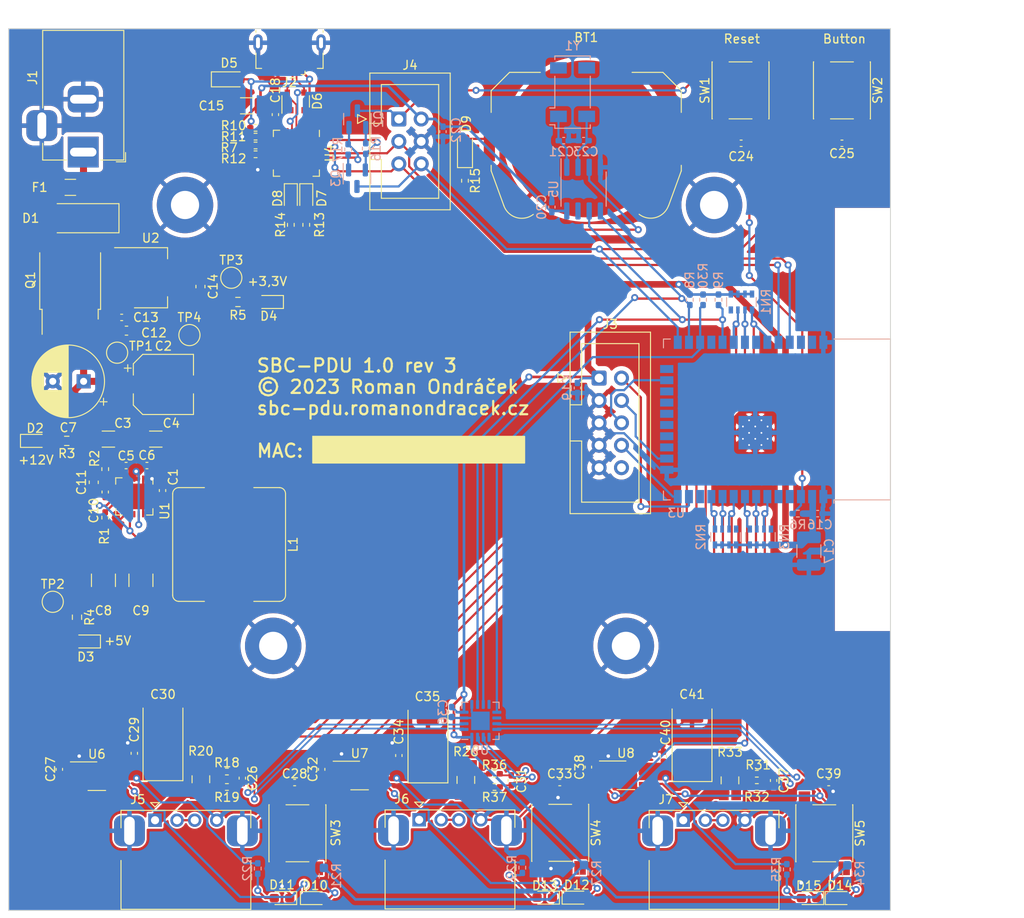
<source format=kicad_pcb>
(kicad_pcb (version 20221018) (generator pcbnew)
  (title_block (comment 4 "AISLER Project ID: GKDCVHRV"))
  (layers (0 "F.Cu" signal) (31 "B.Cu" signal) (34 "B.Paste" user) (35 "F.Paste" user) (36 "B.SilkS" user "B.Silkscreen") (37 "F.SilkS" user "F.Silkscreen") (38 "B.Mask" user) (39 "F.Mask" user) (44 "Edge.Cuts" user))
  (net 0 "")
  (net 1 "GND")
  (net 2 "Net-(BT1-+)")
  (net 3 "+3V3")
  (net 4 "/Power/INTVCC")
  (net 5 "+5V")
  (net 6 "Net-(U1-BST)")
  (net 7 "Net-(C1-Pad2)")
  (net 8 "/ESP32/EN")
  (net 9 "/ESP32/BTN")
  (net 10 "+3V3_RegIn")
  (net 11 "Net-(U1-SS)")
  (net 12 "Net-(U5-X1)")
  (net 13 "Net-(U5-X2)")
  (net 14 "/ESP32/SBC1_BTN")
  (net 15 "/Outputs/SBC1_POWER")
  (net 16 "/ESP32/SBC2_BTN")
  (net 17 "/Outputs/SBC2_POWER")
  (net 18 "Net-(F1-Pad1)")
  (net 19 "VBUS")
  (net 20 "/ESP32/SBC3_BTN")
  (net 21 "/Outputs/SBC3_POWER")
  (net 22 "/Power/Vin")
  (net 23 "Net-(D2-A)")
  (net 24 "Net-(D3-A)")
  (net 25 "Net-(D4-A)")
  (net 26 "/ESP32/USB_D-")
  (net 27 "/ESP32/USB_D+")
  (net 28 "Net-(D7-K)")
  (net 29 "Net-(D7-A)")
  (net 30 "Net-(D8-K)")
  (net 31 "Net-(D8-A)")
  (net 32 "Net-(D9-K)")
  (net 33 "Net-(D10-A)")
  (net 34 "Net-(D11-A)")
  (net 35 "Net-(D12-A)")
  (net 36 "Net-(D13-A)")
  (net 37 "Net-(D14-A)")
  (net 38 "Net-(D15-A)")
  (net 39 "/Power/~{RESET}")
  (net 41 "/ESP32/MTMS")
  (net 42 "/ESP32/MTCK")
  (net 43 "/ESP32/SDA")
  (net 44 "/ESP32/SCL")
  (net 45 "/ESP32/MTDO")
  (net 46 "/ESP32/~{SBC1_FLT}")
  (net 47 "/ESP32/~{SBC1_EN}")
  (net 48 "/ESP32/MTDI")
  (net 50 "/ESP32/~{SBC2_FLT}")
  (net 51 "/ESP32/~{SBC2_EN}")
  (net 52 "Net-(J5-VBUS)")
  (net 53 "Net-(J5-D+)")
  (net 54 "Net-(J6-VBUS)")
  (net 55 "Net-(J6-D+)")
  (net 56 "Net-(J7-VBUS)")
  (net 57 "Net-(J7-D+)")
  (net 58 "Net-(Q2-B)")
  (net 59 "Net-(Q3-B)")
  (net 60 "Net-(U1-RT)")
  (net 61 "Net-(U4-~{RST})")
  (net 62 "Net-(U4-VBUS)")
  (net 63 "Net-(U4-~{SUSPEND})")
  (net 64 "Net-(U5-VBAT)")
  (net 65 "/Outputs/IN1-")
  (net 66 "/Outputs/IN1+")
  (net 67 "/Outputs/IN2-")
  (net 68 "/Outputs/IN2+")
  (net 69 "/Outputs/IN3-")
  (net 70 "/ESP32/~{RTS}")
  (net 71 "/ESP32/DEBUG_RX")
  (net 72 "/ESP32/DEBUG_TX")
  (net 73 "/Outputs/IN3+")
  (net 74 "/ESP32/~{DTR}")
  (net 75 "/ESP32/~{SBC3_FLT}")
  (net 76 "/ESP32/~{SBC3_EN}")
  (net 89 "/ESP32/CRITICAL")
  (net 117 "Net-(R18-Pad2)")
  (net 118 "Net-(R19-Pad2)")
  (net 119 "Net-(R26-Pad2)")
  (net 120 "Net-(R26-Pad3)")
  (net 121 "Net-(R31-Pad2)")
  (net 122 "Net-(R32-Pad2)")
  (footprint "Capacitor_SMD:C_1206_3216Metric_Pad1.33x1.80mm_HandSolder" (layer "F.Cu") (at 47 28.75 180)
    (fp_text reference "C15")
    (fp_text value "4.7u")
  )
  (footprint "LED_SMD:LED_0603_1608Metric_Pad1.05x0.95mm_HandSolder" (layer "F.Cu") (at 51 118.6 180)
    (fp_text reference "D11")
    (fp_text value "Green_LED")
  )
  (footprint "LED_SMD:LED_0603_1608Metric_Pad1.05x0.95mm_HandSolder" (layer "F.Cu") (at 80.8 118.55 180)
    (fp_text reference "D13")
    (fp_text value "Green_LED")
  )
  (footprint "Resistor_SMD:R_0402_1005Metric_Pad0.72x0.64mm_HandSolder" (layer "F.Cu") (at 104.8475 106 180)
    (fp_text reference "R32")
    (fp_text value "10R")
  )
  (footprint "TestPoint:TestPoint_Pad_D2.0mm" (layer "F.Cu") (at 32.3 56.75)
    (fp_text reference "TP1")
    (fp_text value "+12V")
  )
  (footprint "Resistor_SMD:R_0402_1005Metric_Pad0.72x0.64mm_HandSolder" (layer "F.Cu") (at 48 33.25 180)
    (fp_text reference "R7")
    (fp_text value "1k")
  )
  (footprint "Package_SO:VSSOP-8_3.0x3.0mm_P0.65mm" (layer "F.Cu") (at 59.8 104.7)
    (fp_text reference "U7")
    (fp_text value "TPS2000C")
  )
  (footprint "Capacitor_SMD:C_0402_1005Metric_Pad0.74x0.62mm_HandSolder" (layer "F.Cu") (at 77 105.25 -90)
    (fp_text reference "C31")
    (fp_text value "100n")
  )
  (footprint "Capacitor_SMD:CP_Elec_6.3x5.8" (layer "F.Cu") (at 37.55 60.35)
    (fp_text reference "C2")
    (fp_text value "47u")
  )
  (footprint "Resistor_SMD:R_Shunt_Ohmite_LVK12" (layer "F.Cu") (at 71.85 105.2)
    (fp_text reference "R26")
    (fp_text value "50m")
  )
  (footprint "LED_SMD:LED_0603_1608Metric_Pad1.05x0.95mm_HandSolder" (layer "F.Cu") (at 49.5 51 180)
    (fp_text reference "D4")
    (fp_text value "Amber_LED")
  )
  (footprint "Inductor_SMD:L_Bourns_SRP1245A" (layer "F.Cu") (at 45 78.5 -90)
    (fp_text reference "L1")
    (fp_text value "8.2u")
  )
  (footprint "MountingHole:MountingHole_3.2mm_M3_Pad_TopBottom" (layer "F.Cu") (at 100 40)
    (fp_text reference "H2" hide)
    (fp_text value "MountingHole_Pad" hide)
  )
  (footprint "Resistor_SMD:R_0402_1005Metric_Pad0.72x0.64mm_HandSolder" (layer "F.Cu") (at 30.95 75.4525 90)
    (fp_text reference "R1")
    (fp_text value "51k")
  )
  (footprint "Package_DFN_QFN:QFN-28-1EP_5x5mm_P0.5mm_EP3.35x3.35mm" (layer "F.Cu") (at 52.63 34.13 -90)
    (fp_text reference "U4")
    (fp_text value "CP2102N-Axx-xQFN28")
  )
  (footprint "Resistor_SMD:R_Shunt_Ohmite_LVK12" (layer "F.Cu") (at 101.8025 105.25)
    (fp_text reference "R33")
    (fp_text value "50m")
  )
  (footprint "Capacitor_SMD:C_0402_1005Metric_Pad0.74x0.62mm_HandSolder" (layer "F.Cu") (at 37.45 72.3825 -90)
    (fp_text reference "C1")
    (fp_text value "100n")
  )
  (footprint "Capacitor_SMD:C_0402_1005Metric_Pad0.74x0.62mm_HandSolder" (layer "F.Cu") (at 94.25 102.5675 90)
    (property "Value" "100n")
    (fp_text reference "C40")
    (fp_text value "100n")
  )
  (footprint "LED_SMD:LED_0603_1608Metric_Pad1.05x0.95mm_HandSolder" (layer "F.Cu") (at 110.775 118.6 180)
    (fp_text reference "D15")
    (fp_text value "Green_LED")
  )
  (footprint "Resistor_SMD:R_0402_1005Metric_Pad0.72x0.64mm_HandSolder" (layer "F.Cu") (at 104.8475 104.5 180)
    (fp_text reference "R31")
    (fp_text value "10R")
  )
  (footprint "Capacitor_SMD:C_1210_3225Metric_Pad1.33x2.70mm_HandSolder" (layer "F.Cu") (at 35 82.5625 90)
    (fp_text reference "C9")
    (fp_text value "47u")
  )
  (footprint "MountingHole:MountingHole_3.2mm_M3_Pad_TopBottom" (layer "F.Cu") (at 40 40)
    (fp_text reference "H1" hide)
    (fp_text value "MountingHole_Pad" hide)
  )
  (footprint "Package_SO:VSSOP-8_3.0x3.0mm_P0.65mm" (layer "F.Cu") (at 90 104.675)
    (fp_text reference "U8")
    (fp_text value "TPS2000C")
  )
  (footprint "Capacitor_SMD:C_0402_1005Metric_Pad0.74x0.62mm_HandSolder" (layer "F.Cu") (at 50.25 29.75 90)
    (fp_text reference "C18")
    (fp_text value "100n")
  )
  (footprint "Fuse:Fuse_1206_3216Metric_Pad1.42x1.75mm_HandSolder" (layer "F.Cu") (at 27 38 180)
    (fp_text reference "F1")
    (fp_text value "5A")
  )
  (footprint "Resistor_SMD:R_0402_1005Metric_Pad0.72x0.64mm_HandSolder" (layer "F.Cu") (at 48 34.25 180)
    (fp_text reference "R12")
    (fp_text value "10k")
  )
  (footprint "Capacitor_SMD:C_0402_1005Metric_Pad0.74x0.62mm_HandSolder" (layer "F.Cu") (at 35.6825 69.55)
    (fp_text reference "C6")
    (fp_text value "150p")
  )
  (footprint "TestPoint:TestPoint_Pad_D2.0mm" (layer "F.Cu") (at 45.25 48.25)
    (fp_text reference "TP3")
    (fp_text value "+3V3")
  )
  (footprint "Capacitor_SMD:C_1206_3216Metric_Pad1.33x1.80mm_HandSolder" (layer "F.Cu") (at 36.6875 66.55)
    (fp_text reference "C4")
    (fp_text value "4.7u")
  )
  (footprint "Diode_SMD:D_SOD-323_HandSoldering" (layer "F.Cu") (at 71.75 33.75 90)
    (fp_text reference "D9")
    (fp_text value "BAT54WS")
  )
  (footprint "Capacitor_SMD:C_0603_1608Metric_Pad1.08x0.95mm_HandSolder" (layer "F.Cu") (at 33.3625 54.25)
    (fp_text reference "C12")
    (fp_text value "1u")
  )
  (footprint "Capacitor_SMD:C_0402_1005Metric_Pad0.74x0.62mm_HandSolder" (layer "F.Cu") (at 64.25 102.4325 90)
    (property "Value" "100n")
    (fp_text reference "C34")
    (fp_text value "100n")
  )
  (footprint "Capacitor_SMD:C_0402_1005Metric_Pad0.74x0.62mm_HandSolder" (layer "F.Cu") (at 114.5 33 180)
    (fp_text reference "C25")
    (fp_text value "100n")
  )
  (footprint "Connector_IDC:IDC-Header_2x03_P2.54mm_Vertical" (layer "F.Cu") (at 64.2475 30.25)
    (fp_text reference "J4")
    (fp_text value "UART")
  )
  (footprint "Button_Switch_SMD:SW_Push_1P1T_NO_6x6mm_H9.5mm" (layer "F.Cu") (at 114.5 27 -90)
    (fp_text reference "SW2")
    (fp_text value "SW_Push")
  )
  (footprint "Resistor_SMD:R_0402_1005Metric_Pad0.72x0.64mm_HandSolder" (layer "F.Cu") (at 75.0975 104.5 180)
    (fp_text reference "R36")
    (fp_text value "10R")
  )
  (footprint "Capacitor_SMD:C_0402_1005Metric_Pad0.74x0.62mm_HandSolder" (layer "F.Cu") (at 34.25 102.1825 90)
    (property "Value" "100n")
    (fp_text reference "C29")
    (fp_text value "100n")
  )
  (footprint "Capacitor_Tantalum_SMD:CP_EIA-7343-31_Kemet-D_Pad2.25x2.55mm_HandSolder" (layer "F.Cu") (at 67.55 100.95 90)
    (property "Value" "150u")
    (fp_text reference "C35")
    (fp_text value "150u")
  )
  (footprint "LED_SMD:LED_0603_1608Metric_Pad1.05x0.95mm_HandSolder" (layer "F.Cu") (at 114.275 118.6)
    (fp_text reference "D14")
    (fp_text value "Amber_LED")
  )
  (footprint "Connector_USB_custom.pretty:USB_A_GCT_USB1125-GF-B" (layer "F.Cu") (at 36.6 109.7725)
    (fp_text reference "J5")
    (fp_text value "USB_A")
  )
  (footprint "Button_Switch_SMD:SW_Push_1P1T_NO_6x6mm_H9.5mm" (layer "F.Cu") (at 103 27 90)
    (fp_text reference "SW1")
    (fp_text value "SW_Push")
  )
  (footprint "Resistor_SMD:R_0603_1608Metric_Pad0.98x0.95mm_HandSolder" (layer "F.Cu") (at 46 51)
    (fp_text reference "R5")
    (fp_text value "430R")
  )
  (footprint "Resistor_SMD:R_0402_1005Metric_Pad0.72x0.64mm_HandSolder" (layer "F.Cu") (at 48 31.25 180)
    (fp_text reference "R10")
    (fp_text value "22.1k")
  )
  (footprint "LED_SMD:LED_0603_1608Metric_Pad1.05x0.95mm_HandSolder" (layer "F.Cu") (at 54.75 118.6)
    (fp_text reference "D10")
    (fp_text value "Amber_LED")
  )
  (footprint "Resistor_SMD:R_0402_1005Metric_Pad0.72x0.64mm_HandSolder" (layer "F.Cu") (at 71.75 37.25 -90)
    (fp_text reference "R15")
    (fp_text value "10k")
  )
  (footprint "Capacitor_SMD:C_0402_1005Metric_Pad0.74x0.62mm_HandSolder" (layer "F.Cu") (at 33.3175 69.55 180)
    (fp_text reference "C5")
    (fp_text value "150p")
  )
  (footprint "TestPoint:TestPoint_Pad_D2.0mm" (layer "F.Cu") (at 25 85)
    (fp_text reference "TP2")
    (fp_text value "+5V")
  )
  (footprint "Resistor_SMD:R_0402_1005Metric_Pad0.72x0.64mm_HandSolder" (layer "F.Cu") (at 44.75 106 180)
    (fp_text reference "R19")
    (fp_text value "10R")
  )
  (footprint "Resistor_SMD:R_0402_1005Metric_Pad0.72x0.64mm_HandSolder" (layer "F.Cu") (at 52 42.25 90)
    (fp_text reference "R14")
    (fp_text value "470")
  )
  (footprint "Package_TO_SOT_SMD:TO-252-2" (layer "F.Cu") (at 26.975 48.525 90)
    (fp_text reference "Q1")
    (fp_text value "FDD4243")
  )
  (footprint "Button_Switch_SMD:SW_Push_1P1T_NO_6x6mm_H9.5mm" (layer "F.Cu") (at 82.55 111.2 -90)
    (fp_text reference "SW4")
    (fp_text value "SW_Push")
  )
  (footprint "LED_SMD:LED_0603_1608Metric_Pad1.05x0.95mm_HandSolder" (layer "F.Cu") (at 23 66.75)
    (fp_text reference "D2")
    (fp_text value "Green_LED")
  )
  (footprint "LED_SMD:LED_0603_1608Metric_Pad1.05x0.95mm_HandSolder" (layer "F.Cu") (at 84.425 118.55)
    (fp_text reference "D12")
    (fp_text value "Amber_LED")
  )
  (footprint "Package_DFN_QFN:TQFN-20-1EP_4x4mm_P0.5mm_EP2.9x2.9mm" (layer "F.Cu") (at 34.25 73.05 -90)
    (fp_text reference "U1")
    (fp_text value "MAX17634BATP+")
  )
  (footprint "Diode_SMD:D_SMA_Handsoldering" (layer "F.Cu") (at 28 41.5 180)
    (fp_text reference "D1")
    (fp_text value "SMAJ12CA")
  )
  (footprint "Battery:BatteryHolder_Keystone_3034_1x20mm" (layer "F.Cu") (at 85.5 32.5)
    (fp_text reference "BT1")
    (fp_text value "CR2032")
  )
  (footprint "Capacitor_SMD:C_0402_1005Metric_Pad0.74x0.62mm_HandSolder" (layer "F.Cu") (at 82.5 105.5 180)
    (fp_text reference "C33")
    (fp_text value "100n")
  )
  (footprint "Capacitor_THT:CP_Radial_D8.0mm_P3.50mm" (layer "F.Cu") (at 28.5 60 180)
    (fp_text reference "C7")
    (fp_text value "470u")
  )
  (footprint "Button_Switch_SMD:SW_Push_1P1T_NO_6x6mm_H9.5mm" (layer "F.Cu") (at 112.5 111.25 -90)
    (fp_text reference "SW5")
    (fp_text value "SW_Push")
  )
  (footprint "MountingHole:MountingHole_3.2mm_M3_Pad_TopBottom" (layer "F.Cu") (at 50 90)
    (fp_text reference "H3" hide)
    (fp_text value "MountingHole_Pad" hide)
  )
  (footprint "Capacitor_SMD:C_0603_1608Metric_Pad1.08x0.95mm_HandSolder" (layer "F.Cu") (at 29.65 71.45 -90)
    (fp_text reference "C11")
    (fp_text value "2.2u")
  )
  (footprint "LED_SMD:LED_0603_1608Metric_Pad1.05x0.95mm_HandSolder" (layer "F.Cu") (at 53.75 39.25 -90)
    (fp_text reference "D7")
    (fp_text value "Amber_LED")
  )
  (footprint "Connector_USB_custom.pretty:USB_A_GCT_USB1125-GF-B" (layer "F.Cu") (at 66.55 109.7225)
    (fp_text reference "J6")
    (fp_text value "USB_A")
  )
  (footprint "Capacitor_SMD:C_0402_1005Metric_Pad0.74x0.62mm_HandSolder" (layer "F.Cu") (at 32.8175 52.75)
    (fp_text reference "C13")
    (fp_text value "100n")
  )
  (footprint "Connector_IDC:IDC-Header_2x05_P2.54mm_Vertical" (layer "F.Cu") (at 86.96 59.63)
    (fp_text reference "J3")
    (fp_text value "JTAG")
  )
  (footprint "Capacitor_SMD:C_0402_1005Metric_Pad0.74x0.62mm_HandSolder" (layer "F.Cu") (at 25.75 104 -90)
    (property "Value" "100n")
    (fp_text reference "C27")
    (fp_text value "100n")
  )
  (footprint "TestPoint:TestPoint_Pad_D2.0mm" (layer "F.Cu") (at 40.5 54.75)
    (fp_text reference "TP4")
    (fp_text value "GND")
  )
  (footprint "Capacitor_SMD:C_0402_1005Metric_Pad0.74x0.62mm_HandSolder" (layer "F.Cu") (at 103.0675 33)
    (fp_text reference "C24")
    (fp_text value "100n")
  )
  (footprint "LED_SMD:LED_0603_1608Metric_Pad1.05x0.95mm_HandSolder" (layer "F.Cu") (at 28.75 89.5 180)
    (fp_text reference "D3")
    (fp_text value "Green_LED")
  )
  (footprint "Capacitor_Tantalum_SMD:CP_EIA-7343-31_Kemet-D_Pad2.25x2.55mm_HandSolder" (layer "F.Cu") (at 37.5 100.7 90)
    (property "Value" "150u")
    (fp_text reference "C30")
    (fp_text value "150u")
  )
  (footprint "Resistor_SMD:R_0603_1608Metric_Pad0.98x0.95mm_HandSolder" (layer "F.Cu") (at 26.5875 66.75 180)
    (fp_text reference "R3")
    (fp_text value "430R")
  )
  (footprint "Resistor_SMD:R_0402_1005Metric_Pad0.72x0.64mm_HandSolder" (layer "F.Cu") (at 44.75 104.25 180)
    (fp_text reference "R18")
    (fp_text value "10R")
  )
  (footprint "Connector_BarrelJack:BarrelJack_Horizontal" (layer "F.Cu") (at 28.4575 34 -90)
    (fp_text reference "J1")
    (fp_text value "DC_Jack")
  )
  (footprint "Resistor_SMD:R_0603_1608Metric_Pad0.98x0.95mm_HandSolder" (layer "F.Cu") (at 27.75 86.75 -90)
    (fp_text reference "R4")
    (fp_text value "430R")
  )
  (footprint "Package_TO_SOT_SMD:SOT-223-3_TabPin2" (layer "F.Cu") (at 36.1125 48.25)
    (fp_text reference "U2")
    (fp_text value "TLV1117LV33DCYR")
  )
  (footprint "Resistor_SMD:R_0402_1005Metric_Pad0.72x0.64mm_HandSolder" (layer "F.Cu") (at 53.75 42.25 90)
    (fp_text reference "R13")
    (fp_text value "470")
  )
  (footprint "Connector_USB_custom.pretty:USB_A_GCT_USB1125-GF-B" (layer "F.Cu") (at 96.5 109.7725)
    (fp_text reference "J7")
    (fp_text value "USB_A")
  )
  (footprint "Capacitor_SMD:C_0402_1005Metric_Pad0.74x0.62mm_HandSolder" (layer "F.Cu") (at 85.75 103.75 -90)
    (property "Value" "100n")
    (fp_text reference "C38")
    (fp_text value "100n")
  )
  (footprint "Package_TO_SOT_SMD:SOT-143" (layer "F.Cu") (at 52.55 28.25 90)
    (fp_text reference "D6")
    (fp_text value "SP0503BAHTG ")
  )
  (footprint "Capacitor_SMD:C_0402_1005Metric_Pad0.74x0.62mm_HandSolder" (layer "F.Cu") (at 52.4325 105.5 180)
    (fp_text reference "C28")
    (fp_text value "100n")
  )
  (footprint "MountingHole:MountingHole_3.2mm_M3_Pad_TopBottom" (layer "F.Cu") (at 90 90)
    (fp_text reference "H4" hide)
    (fp_text value "MountingHole_Pad" hide)
  )
  (footprint "Capacitor_SMD:C_0402_1005Metric_Pad0.74x0.62mm_HandSolder" (layer "F.Cu") (at 55.5 104 -90)
    (property "Value" "100n")
    (fp_text reference "C32")
    (fp_text value "100n")
  )
  (footprint "Resistor_SMD:R_0402_1005Metric_Pad0.72x0.64mm_HandSolder" (layer "F.Cu") (at 30.95 69.9525 -90)
    (fp_text reference "R2")
    (fp_text value "10k")
  )
  (footprint "Capacitor_SMD:C_1210_3225Metric_Pad1.33x2.70mm_HandSolder" (layer "F.Cu") (at 30.75 82.5625 90)
    (fp_text reference "C8")
    (fp_text value "47u")
  )
  (footprint "Button_Switch_SMD:SW_Push_1P1T_NO_6x6mm_H9.5mm" (layer "F.Cu") (at 52.75 111.25 -90)
    (fp_text reference "SW3")
    (fp_text value "SW_Push")
  )
  (footprint "Capacitor_SMD:C_0402_1005Metric_Pad0.74x0.62mm_HandSolder" (layer "F.Cu") (at 113 105.5 180)
    (fp_text reference "C39")
    (fp_text value "100n")
  )
  (footprint "Capacitor_Tantalum_SMD:CP_EIA-7343-31_Kemet-D_Pad2.25x2.55mm_HandSolder" (layer "F.Cu") (at 97.5 100.8 90)
    (property "Value" "150u")
    (fp_text reference "C41")
    (fp_text value "150u")
  )
  (footprint "Capacitor_SMD:C_0402_1005Metric_Pad0.74x0.62mm_HandSolder" (layer "F.Cu") (at 106.75 105.2675 -90)
    (fp_text reference "C37")
    (fp_text value "100n")
  )
  (footprint "LED_SMD:LED_0603_1608Metric_Pad1.05x0.95mm_HandSolder" (layer "F.Cu") (at 52 39.25 -90)
    (fp_text reference "D8")
    (fp_text value "Green_LED")
  )
  (footprint "Capacitor_SMD:C_0603_1608Metric_Pad1.08x0.95mm_HandSolder" (layer "F.Cu") (at 41.75 49.25 -90)
    (fp_text reference "C14")
    (fp_text value "10u")
  )
  (footprint "Diode_SMD:D_SOD-323_HandSoldering" (layer "F.Cu") (at 45 25.75)
    (fp_text reference "D5")
    (fp_text value "BAT760-7")
  )
  (footprint "Capacitor_SMD:C_1206_3216Metric_Pad1.33x1.80mm_HandSolder" (layer "F.Cu") (at 31.3125 66.55 180)
    (fp_text reference "C3")
    (fp_text value "4.7u")
  )
  (footprint "Capacitor_SMD:C_0402_1005Metric_Pad0.74x0.62mm_HandSolder" (layer "F.Cu") (at 30.95 72.55 90)
    (fp_text reference "C10")
    (fp_text value "5600p")
  )
  (footprint "Connector_USB:USB_Micro-B_GCT_USB3076-30-A" (layer "F.Cu") (at 51.85 22.8 180)
    (fp_text reference "J2")
    (fp_text value "USB_B_Micro")
  )
  (footprint "Capacitor_SMD:C_0402_1005Metric_Pad0.74x0.62mm_HandSolder" (layer "F.Cu") (at 46.5 105 -90)
    (property "Value" "C")
    (fp_text reference "C26")
    (fp_text value "100n")
  )
  (footprint "Resistor_SMD:R_0402_1005Metric_Pad0.72x0.64mm_HandSolder" (layer "F.Cu") (at 75.0975 106 180)
    (fp_text reference "R37")
    (fp_text value "10R")
  )
  (footprint "Resistor_SMD:R_Shunt_Ohmite_LVK12" (layer "F.Cu") (at 41.8 105.125)
    (fp_text reference "R20")
    (fp_text value "50m")
  )
  (footprint "Resistor_SMD:R_0402_1005Metric_Pad0.72x0.64mm_HandSolder" (layer "F.Cu") (at 48 32.25 180)
    (fp_text reference "R11")
    (fp_text value "47.5k")
  )
  (footprint "Package_SO:VSSOP-8_3.0x3.0mm_P0.65mm" (layer "F.Cu") (at 30 104.775)
    (fp_text reference "U6")
    (fp_text value "TPS2000C")
  )
  (footprint "Resistor_SMD:R_0603_1608Metric_Pad0.98x0.95mm_HandSolder" (layer "B.Cu") (at 55.75 116.0875 90)
    (fp_text reference "R21")
    (fp_text value "430R")
  )
  (footprint "Resistor_SMD:R_Array_Convex_4x0603" (layer "B.Cu") (at 101.3 77.65 -90)
    (fp_text reference "RN2")
    (fp_text value "10k")
  )
  (footprint "Resistor_SMD:R_0603_1608Metric_Pad0.98x0.95mm_HandSolder" (layer "B.Cu") (at 85.25 115.75 90)
    (fp_text reference "R27")
    (fp_text value "430R")
  )
  (footprint "Resistor_SMD:R_0603_1608Metric_Pad0.98x0.95mm_HandSolder" (layer "B.Cu") (at 115.1 115.8 90)
    (fp_text reference "R34")
    (fp_text value "430R")
  )
  (footprint "Package_TO_SOT_SMD:SOT-23" (layer "B.Cu") (at 59.5 36.9625 -90)
    (fp_text reference "Q3")
    (fp_text value "BC846")
  )
  (footprint "Resistor_SMD:R_0402_1005Metric_Pad0.72x0.64mm_HandSolder" (layer "B.Cu") (at 98.75 50.75 -90)
    (fp_text reference "R30")
    (fp_text value "10k")
  )
  (footprint "Capacitor_SMD:C_0402_1005Metric_Pad0.74x0.62mm_HandSolder" (layer "B.Cu") (at 111.75 75 180)
    (fp_text reference "C16")
    (fp_text value "100n")
  )
  (footprint "Resistor_SMD:R_0402_1005Metric_Pad0.72x0.64mm_HandSolder" (layer "B.Cu") (at 97.25 50.75 -90)
    (fp_text reference "R8")
    (fp_text value "3k3")
  )
  (footprint "Package_DFN_QFN:Texas_RGV_S-PVQFN-N16_EP2.1x2.1mm" (layer "B.Cu") (at 73.5 98.5)
    (fp_text reference "U9")
    (fp_text value "INA3221")
  )
  (footprint "Package_SO:SOIC-8_3.9x4.9mm_P1.27mm" (layer "B.Cu") (at 85.2 38.2 -90)
    (fp_text reference "U5")
    (fp_text value "MCP7940N-I/SN")
  )
  (footprint "Resistor_SMD:R_0402_1005Metric_Pad0.72x0.64mm_HandSolder" (layer "B.Cu") (at 100.5 50.75 -90)
    (fp_text reference "R9")
    (fp_text value "3k3")
  )
  (footprint "Capacitor_SMD:C_0402_1005Metric_Pad0.74x0.62mm_HandSolder" (layer "B.Cu") (at 70.25 97.5 90)
    (property "Value" "100n")
    (fp_text reference "C36")
    (fp_text value "100n")
  )
  (footprint "Capacitor_SMD:C_0402_1005Metric_Pad0.74x0.62mm_HandSolder" (layer "B.Cu") (at 85.2 32.7 180)
    (fp_text reference "C23")
    (fp_text value "6.8p")
  )
  (footprint "Capacitor_SMD:C_1210_3225Metric_Pad1.33x2.70mm_HandSolder" (layer "B.Cu") (at 110.75 79.25 90)
    (fp_text reference "C17")
    (fp_text value "22u")
  )
  (footprint "Resistor_SMD:R_Array_Convex_4x0603" (layer "B.Cu") (at 105.25 77.65 -90)
    (fp_text reference "RN3")
    (fp_text value "10k")
  )
  (footprint "Resistor_SMD:R_0402_1005Metric_Pad0.72x0.64mm_HandSolder" (layer "B.Cu") (at 48.25 115.25 -90)
    (fp_text reference "R22")
    (fp_text value "1k")
  )
  (footprint "Resistor_SMD:R_0402_1005Metric_Pad0.72x0.64mm_HandSolder" (layer "B.Cu") (at 78.25 115.1525 -90)
    (fp_text reference "R29")
    (fp_text value "1k")
  )
  (footprint "Resistor_SMD:R_0402_1005Metric_Pad0.72x0.64mm_HandSolder" (layer "B.Cu") (at 60.5 33.6 90)
    (fp_text reference "R16")
    (fp_text value "10k")
  )
  (footprint "Package_TO_SOT_SMD:SOT-23" (layer "B.Cu") (at 59.55 30.2625 90)
    (fp_text reference "Q2")
    (fp_text value "BC846")
  )
  (footprint "Resistor_SMD:R_Array_Convex_4x0603" (layer "B.Cu") (at 103.1 51 90)
    (fp_text reference "RN1")
    (fp_text value "10k")
  )
  (footprint "Resistor_SMD:R_0402_1005Metric_Pad0.72x0.64mm_HandSolder" (layer "B.Cu") (at 58.5 33.7 -90)
    (fp_text reference "R17")
    (fp_text value "10k")
  )
  (footprint "RF_Module:ESP32-WROOM-32D" (layer "B.Cu") (at 104.14 64.32 90)
    (fp_text reference "U3")
    (fp_text value "ESP32-WROOM-32D")
  )
  (footprint "Capacitor_SMD:C_0402_1005Metric_Pad0.74x0.62mm_HandSolder" (layer "B.Cu") (at 81.6 40.2325 -90)
    (fp_text reference "C20")
    (fp_text value "100n")
  )
  (footprint "Resistor_SMD:R_0402_1005Metric_Pad0.72x0.64mm_HandSolder" (layer "B.Cu") (at 108.25 115.3475 -90)
    (fp_text reference "R35")
    (fp_text value "1k")
  )
  (footprint "Resistor_SMD:R_0402_1005Metric_Pad0.72x0.64mm_HandSolder" (layer "B.Cu") (at 109.5 75 180)
    (fp_text reference "R6")
    (fp_text value "10k")
  )
  (footprint "Crystal:Crystal_SMD_Abracon_ABS25-4Pin_8.0x3.8mm" (layer "B.Cu") (at 83.95 27.2)
    (fp_text reference "Y1")
    (fp_text value "32.765k")
  )
  (footprint "Capacitor_SMD:C_0402_1005Metric_Pad0.74x0.62mm_HandSolder" (layer "B.Cu") (at 84.5 60.75 -90)
    (fp_text reference "C19")
    (fp_text value "100n")
  )
  (footprint "Capacitor_SMD:C_0402_1005Metric_Pad0.74x0.62mm_HandSolder" (layer "B.Cu") (at 82.95 32.7)
    (fp_text reference "C21")
    (fp_text value "6.8p")
  )
  (footprint "Capacitor_SMD:C_0402_1005Metric_Pad0.74x0.62mm_HandSolder" (layer "B.Cu") (at 69.25 31.6825 -90)
    (fp_text reference "C22")
    (fp_text value "100n")
  )
  (gr_rect (start 54.5 66.25) (end 78.5 69.25) (stroke (width 0.15)) (fill solid) (layer "F.SilkS"))
  (gr_line (start 120 20) (end 20 20) (stroke (width 0.1)) (layer "Edge.Cuts"))
  (gr_line (start 120 120) (end 120 20) (stroke (width 0.1)) (layer "Edge.Cuts"))
  (gr_line (start 20 120) (end 120 120) (stroke (width 0.1)) (layer "Edge.Cuts"))
  (gr_line (start 20 20) (end 20 120) (stroke (width 0.1)) (layer "Edge.Cuts"))
  (gr_text "+12V" (at 21 69.5) (layer "F.SilkS") (effects (font (size 1 1)) (justify left bottom)))
  (gr_text "Button" (at 112.25 21.75) (layer "F.SilkS") (effects (font (size 1 1)) (justify left bottom)))
  (gr_text "+5V" (at 30.75 90) (layer "F.SilkS") (effects (font (size 1 1)) (justify left bottom)))
  (gr_text "Reset" (at 101 21.75) (layer "F.SilkS") (effects (font (size 1 1)) (justify left bottom)))
  (gr_text "SBC-PDU 1.0 rev 3\n© 2023 Roman Ondráček\nsbc-pdu.romanondracek.cz\n\nMAC: " (at 48 68.75) (layer "F.SilkS") (effects (font (size 1.5 1.5) (thickness 0.25) bold) (justify left bottom)))
  (gr_text "+3,3V" (at 47 49.25) (layer "F.SilkS") (effects (font (size 1 1)) (justify left bottom)))
  (segment (start 34.115 101.615) (end 33.5 101) (width 0.25) (layer "F.Cu") (net 1))
  (segment (start 34.25 73.05) (end 35.25 72.05) (width 0.25) (layer "F.Cu") (net 1))
  (segment (start 47.4025 35.1525) (end 48.25 36) (width 0.25) (layer "F.Cu") (net 1))
  (segment (start 93.5 102) (end 93.25 102.25) (width 0.25) (layer "F.Cu") (net 1))
  (segment (start 33.25 75.0625) (end 32.2625 76.05) (width 0.25) (layer "F.Cu") (net 1))
  (segment (start 80.3 107.225) (end 82.275 107.225) (width 0.25) (layer "F.Cu") (net 1))
  (segment (start 64.25 101.75) (end 63.5 101) (width 0.25) (layer "F.Cu") (net 1))
  (segment (start 35.25 72.05) (end 35.25 71.0375) (width 0.25) (layer "F.Cu") (net 1))
  (segment (start 36.2375 71.0375) (end 36.25 71.05) (width 0.25) (layer "F.Cu") (net 1))
  (segment (start 36.25 70.0375) (end 35.25 71.0375) (width 0.25) (layer "F.Cu") (net 1))
  (segment (start 57.6 103.725) (end 57.6 102.4) (width 0.25) (layer "F.Cu") (net 1))
  (segment (start 35.25 71.0375) (end 36.2375 71.0375) (width 0.25) (layer "F.Cu") (net 1))
  (segment (start 94.25 102) (end 94.25 100.85) (width 0.25) (layer "F.Cu") (net 1))
  (segment (start 34.25 73.05) (end 33.25 74.05) (width 0.25) (layer "F.Cu") (net 1))
  (segment (start 112.4325 105.5) (end 112.5 105.5) (width 0.25) (layer "F.Cu") (net 1))
  (segment (start 31.5175 72.55) (end 32.2375 72.55) (width 0.25) (layer "F.Cu") (net 1))
  (segment (start 81.425 115.175) (end 81.5 115.25) (width 0.25) (layer "F.Cu") (net 1))
  (segment (start 81.675 118.55) (end 81.675 118.075) (width 0.25) (layer "F.Cu") (net 1))
  (segment (start 47.4025 32.25) (end 46.5 32.25) (width 0.25) (layer "F.Cu") (net 1))
  (segment (start 88 102.5) (end 86.4325 102.5) (width 0.25) (layer "F.Cu") (net 1))
  (segment (start 34.25 101.615) (end 34.115 101.615) (width 0.25) (layer "F.Cu") (net 1))
  (segment (start 33.75 72.55) (end 34.25 73.05) (width 0.25) (layer "F.Cu") (net 1))
  (segment (start 33.25 74.05) (end 33.25 75.0625) (width 0.25) (layer "F.Cu") (net 1))
  (segment (start 109.875 115.625) (end 110.25 115.25) (width 0.25) (layer "F.Cu") (net 1))
  (segment (start 50.5 115.225) (end 50.5 116.75) (width 0.25) (layer "F.Cu") (net 1))
  (segment (start 50.5 116.75) (end 51 117.25) (width 0.25) (layer "F.Cu") (net 1))
  (segment (start 50.5 107.275) (end 50.5 106.865) (width 0.25) (layer "F.Cu") (net 1))
  (segment (start 80.3 115.175) (end 81.425 115.175) (width 0.25) (layer "F.Cu") (net 1))
  (segment (start 82.275 107.225) (end 82.3 107.2) (width 0.25) (layer "F.Cu") (net 1))
  (segment (start 81.675 118.075) (end 80.8 117.2) (width 0.25) (layer "F.Cu") (net 1))
  (segment (start 53.13 31.68) (end 53.13 31.231992) (width 0.25) (layer "F.Cu") (net 1))
  (segment (start 75.25 109.7225) (end 76.45 110.9225) (width 0.25) (layer "F.Cu") (net 1))
  (segment (start 50.13 23.83) (end 50.55 24.25) (width 0.25) (layer "F.Cu") (net 1))
  (segment (start 49.53 23.83) (end 50.13 23.83) (width 0.25) (layer "F.Cu") (net 1))
  (segment (start 87.8 102.7) (end 88 102.5) (width 0.25) (layer "F.Cu") (net 1))
  (segment (start 53.13 31.231992) (end 53.611992 30.75) (width 0.25) (layer "F.Cu") (net 1))
  (segment (start 47.4025 34.25) (end 47.4025 35.1525) (width 0.25) (layer "F.Cu") (net 1))
  (segment (start 80.3 115.175) (end 80.3 116.7) (width 0.25) (layer "F.Cu") (net 1))
  (segment (start 36.25 69.55) (end 36.25 70.0375) (width 0.25) (layer "F.Cu") (net 1))
  (segment (start 73.55 109.7225) (end 75.25 109.7225) (width 0.25) (layer "F.Cu") (net 1))
  (segment (start 57.6 102.4) (end 57.75 102.25) (width 0.25) (layer "F.Cu") (net 1))
  (segment (start 87.8 103.7) (end 86.2675 103.7) (width 0.25) (layer "F.Cu") (net 1))
  (segment (start 27.8 103.8) (end 27.8 102.7) (width 0.25) (layer "F.Cu") (net 1))
  (segment (start 80.3 107.225) (end 80.1475 107.225) (width 0.25) (layer "F.Cu") (net 1))
  (segment (start 88.25 102.25) (end 88 102.5) (width 0.25) (layer "F.Cu") (net 1))
  (segment (start 109.875 116.875) (end 111.625 118.625) (width 0.25) (layer "F.Cu") (net 1))
  (segment (start 51.875 118.125) (end 51 117.25) (width 0.25) (layer "F.Cu") (net 1))
  (segment (start 50.55 24.25) (end 50.55 21.775) (width 0.25) (layer "F.Cu") (net 1))
  (segment (start 32.2625 76.05) (end 30.95 76.05) (width 0.25) (layer "F.Cu") (net 1))
  (segment (start 109.875 116.875) (end 109.875 115.625) (width 0.25) (layer "F.Cu") (net 1))
  (segment (start 53.13 31.68) (end 53.13 33.63) (width 0.25) (layer "F.Cu") (net 1))
  (segment (start 64.25 101.865) (end 64.25 101.75) (width 0.25) (layer "F.Cu") (net 1))
  (segment (start 57.6 103.725) (end 55.7925 103.725) (width 0.25) (layer "F.Cu") (net 1))
  (segment (start 112.5 105.5) (end 113.5 106.5) (width 0.25) (layer "F.Cu") (net 1))
  (segment (start 55.7925 103.725) (end 55.5 103.4325) (width 0.25) (layer "F.Cu") (net 1))
  (segment (start 50.5 106.865) (end 51.865 105.5) (width 0.25) (layer "F.Cu") (net 1))
  (segment (start 86.2675 103.7) (end 85.75 103.1825) (width 0.25) (layer "F.Cu") (net 1))
  (segment (start 46.5 110.9725) (end 46.8025 110.9725) (width 0.25) (layer "F.Cu") (net 1))
  (segment (start 26.1175 103.8) (end 25.75 103.4325) (width 0.25) (layer "F.Cu") (net 1))
  (segment (start 50.55 21.775) (end 50.725 21.6) (width 0.25) (layer "F.Cu") (net 1))
  (segment (start 86.4325 102.5) (end 85.75 103.1825) (width 0.25) (layer "F.Cu") (net 1))
  (segment (start 51.875 118.6) (end 51.875 118.125) (width 0.25) (layer "F.Cu") (net 1))
  (segment (start 29.98 71.9825) (end 29.65 72.3125) (width 0.25) (layer "F.Cu") (net 1))
  (segment (start 80.3 116.7) (end 80.8 117.2) (width 0.25) (layer "F.Cu") (net 1))
  (segment (start 80.1475 107.225) (end 76.45 110.9225) (width 0.25) (layer "F.Cu") (net 1))
  (segment (start 32.2375 72.55) (end 33.75 72.55) (width 0.25) (layer "F.Cu") (net 1))
  (segment (start 81.9325 105.5925) (end 80.3 107.225) (width 0.25) (layer "F.Cu") (net 1))
  (segment (start 27.8 103.8) (end 26.1175 103.8) (width 0.25) (layer "F.Cu") (net 1))
  (segment (start 106.4 110.9725) (end 110.0725 107.3) (width 0.25) (layer "F.Cu") (net 1))
  (segment (start 94.25 102) (end 93.5 102) (width 0.25) (layer "F.Cu") (net 1))
  (segment (start 81.9325 105.5) (end 81.9325 105.5925) (width 0.25) (layer "F.Cu") (net 1))
  (segment (start 27.8 102.7) (end 28 102.5) (width 0.25) (layer "F.Cu") (net 1))
  (segment (start 53.13 33.63) (end 52.63 34.13) (width 0.25) (layer "F.Cu") (net 1))
  (segment (start 94.25 100.85) (end 97.5 97.6) (width 0.25) (layer "F.Cu") (net 1))
  (segment (start 87.8 103.7) (end 87.8 102.7) (width 0.25) (layer "F.Cu") (net 1))
  (segment (start 35.25 75.0625) (end 35.25 74.05) (width 0.25) (layer "F.Cu") (net 1))
  (segment (start 46.8025 110.9725) (end 50.5 107.275) (width 0.25) (layer "F.Cu") (net 1))
  (segment (start 30.95 71.9825) (end 29.98 71.9825) (width 0.25) (layer "F.Cu") (net 1))
  (segment (start 35.25 74.05) (end 34.25 73.05) (width 0.25) (layer "F.Cu") (net 1))
  (segment (start 30.95 71.9825) (end 31.5175 72.55) (width 0.25) (layer "F.Cu") (net 1))
  (via (at 28 102.5) (size 0.8) (drill 0.4) (layers "F.Cu" "B.Cu") (net 1))
  (via (at 81.5 115.25) (size 0.8) (drill 0.4) (layers "F.Cu" "B.Cu") (net 1))
  (via (at 113.5 106.5) (size 0.8) (drill 0.4) (layers "F.Cu" "B.Cu") (net 1))
  (via (at 88 102.5) (size 0.8) (drill 0.4) (layers "F.Cu" "B.Cu") (net 1))
  (via (at 93.25 102.25) (size 0.8) (drill 0.4) (layers "F.Cu" "B.Cu") (net 1))
  (via (at 82.3 107.2) (size 0.8) (drill 0.4) (layers "F.Cu" "B.Cu") (net 1))
  (via (at 109.875 116.875) (size 0.8) (drill 0.4) (layers "F.Cu" "B.Cu") (net 1))
  (via (at 63.5 101) (size 0.8) (drill 0.4) (layers "F.Cu" "B.Cu") (net 1))
  (via (at 57.75 102.25) (size 0.8) (drill 0.4) (layers "F.Cu" "B.Cu") (net 1))
  (via (at 36.25 71.05) (size 0.8) (drill 0.4) (layers "F.Cu" "B.Cu") (net 1))
  (via (at 48.25 36) (size 0.8) (drill 0.4) (layers "F.Cu" "B.Cu") (net 1))
  (via (at 33.5 101) (size 0.8) (drill 0.4) (layers "F.Cu" "B.Cu") (net 1))
  (via (at 46.5 32.25) (size 0.8) (drill 0.4) (layers "F.Cu" "B.Cu") (net 1))
  (via (at 51 117.25) (size 0.8) (drill 0.4) (layers "F.Cu" "B.Cu") (net 1))
  (segment (start 72.525 96.6375) (end 72.525 97.525) (width 0.25) (layer "B.Cu") (net 1))
  (segment (start 89.796701 65.885) (end 88.135 65.885) (width 0.25) (layer "B.Cu") (net 1))
  (segment (start 70.3575 98.175) (end 70.25 98.0675) (width 0.25) (layer "B.Cu") (net 1))
  (segment (start 93.941701 70.03) (end 89.796701 65.885) (width 0.25) (layer "B.Cu") (net 1))
  (segment (start 71.6375 98.175) (end 73.175 98.175) (width 0.25) (layer "B.Cu") (net 1))
  (segment (start 73.175 98.175) (end 73.5 98.5) (width 0.25) (layer "B.Cu") (net 1))
  (segment (start 72.525 97.525) (end 73.5 98.5) (width 0.25) (layer "B.Cu") (net 1))
  (segment (start 94.63 70.03) (end 93.941701 70.03) (width 0.25) (layer "B.Cu") (net 1))
  (segment (start 71.6375 98.175) (end 70.3575 98.175) (width 0.25) (layer "B.Cu") (net 1))
  (segment (start 88.135 65.885) (end 86.96 64.71) (width 0.25) (layer "B.Cu") (net 1))
  (segment (start 74.515 32.5) (end 71.75 32.5) (width 0.25) (layer "F.Cu") (net 2))
  (segment (start 53.75 42.8475) (end 70.1775 42.8475) (width 0.75) (layer "F.Cu") (net 3))
  (segment (start 76.33 49) (end 85.7 49) (width 0.75) (layer "F.Cu") (net 3))
  (segment (start 48.5625 28.75) (end 48.5625 26.862) (width 0.3) (layer "F.Cu") (net 3))
  (segment (start 108.1 55.721141) (end 108.1 78.55) (width 0.75) (layer "F.Cu") (net 3))
  (segment (start 86.83 59.5) (end 79 59.5) (width 0.3) (layer "F.Cu") (net 3))
  (segment (start 45.75 31.189339) (end 45.75 33.323751) (width 0.3) (layer "F.Cu") (net 3))
  (segment (start 48.5625 26.862) (end 48.7 26.7245) (width 0.3) (layer "F.Cu") (net 3))
  (segment (start 101.378859 49) (end 108.1 55.721141) (width 0.75) (layer "F.Cu") (net 3))
  (segment (start 85.7 58.37) (end 86.96 59.63) (width 0.75) (layer "F.Cu") (net 3))
  (segment (start 51.63 31.68) (end 51.13 31.68) (width 0.3) (layer "F.Cu") (net 3))
  (segment (start 50.6525 42.8475) (end 52 42.8475) (width 0.75) (layer "F.Cu") (net 3))
  (segment (start 86.96 59.63) (end 86.83 59.5) (width 0.3) (layer "F.Cu") (net 3))
  (segment (start 47.4025 33.25) (end 47.323751 33.25) (width 0.3) (layer "F.Cu") (net 3))
  (segment (start 46.5 38.695) (end 50.6525 42.8475) (width 0.3) (layer "F.Cu") (net 3))
  (segment (start 51.13 31.1975) (end 50.25 30.3175) (width 0.3) (layer "F.Cu") (net 3))
  (segment (start 45.75 33.323751) (end 46.5 34.073751) (width 0.3) (layer "F.Cu") (net 3))
  (segment (start 70.1775 42.8475) (end 75.865 48.535) (width 0.75) (layer "F.Cu") (net 3))
  (segment (start 75.865 48.535) (end 76.33 49) (width 0.75) (layer "F.Cu") (net 3))
  (segment (start 47.323751 33.25) (end 46.5 34.073751) (width 0.3) (layer "F.Cu") (net 3))
  (segment (start 48.5625 28.75) (end 48.6825 28.75) (width 0.3) (layer "F.Cu") (net 3))
  (segment (start 45.1125 48.3875) (end 45.25 48.25) (width 0.75) (layer "F.Cu") (net 3))
  (segment (start 85.7 49) (end 85.7 58.37) (width 0.75) (layer "F.Cu") (net 3))
  (segment (start 45.25 50.8375) (end 45.0875 51) (width 0.75) (layer "F.Cu") (net 3))
  (segment (start 39.2625 48.25) (end 41.6125 48.25) (width 0.75) (layer "F.Cu") (net 3))
  (segment (start 96 49) (end 101.378859 49) (width 0.75) (layer "F.Cu") (net 3))
  (segment (start 48.5625 28.75) (end 48.189339 28.75) (width 0.3) (layer "F.Cu") (net 3))
  (segment (start 70.5 100.074501) (end 70.5 96.6375) (width 0.3) (layer "F.Cu") (net 3))
  (segment (start 51.13 31.68) (end 51.13 31.1975) (width 0.3) (layer "F.Cu") (net 3))
  (segment (start 41.75 48.3875) (end 45.1125 48.3875) (width 0.75) (layer "F.Cu") (net 3))
  (segment (start 45.25 48.25) (end 45.25 50.8375) (width 0.75) (layer "F.Cu") (net 3))
  (segment (start 70.5 96.6375) (end 71.6375 95.5) (width 0.3) (layer "F.Cu") (net 3))
  (segment (start 85.7 49) (end 96 49) (width 0.75) (layer "F.Cu") (net 3))
  (segment (start 41.6125 48.25) (end 41.75 48.3875) (width 0.75) (layer "F.Cu") (net 3))
  (segment (start 52 42.8475) (end 53.75 42.8475) (width 0.75) (layer "F.Cu") (net 3))
  (segment (start 46.5 34.073751) (end 46.5 38.695) (width 0.3) (layer "F.Cu") (net 3))
  (segment (start 48.6825 28.75) (end 50.25 30.3175) (width 0.3) (layer "F.Cu") (net 3))
  (segment (start 48.189339 28.75) (end 45.75 31.189339) (width 0.3) (layer "F.Cu") (net 3))
  (segment (start 32.9625 48.25) (end 39.2625 48.25) (width 0.75) (layer "F.Cu") (net 3))
  (segment (start 45.25 48.25) (end 50.6525 42.8475) (width 0.75) (layer "F.Cu") (net 3))
  (via (at 79 59.5) (size 0.8) (drill 0.4) (layers "F.Cu" "B.Cu") (net 3))
  (via (at 70.5 100.074501) (size 0.8) (drill 0.4) (layers "F.Cu" "B.Cu") (net 3))
  (via (at 71.6375 95.5) (size 0.8) (drill 0.4) (layers "F.Cu" "B.Cu") (net 3))
  (via (at 108.1 78.55) (size 0.8) (drill 0.4) (layers "F.Cu" "B.Cu") (net 3))
  (via (at 96 49) (size 0.8) (drill 0.4) (layers "F.Cu" "B.Cu") (net 3))
  (via (at 48.7 26.7245) (size 0.8) (drill 0.4) (layers "F.Cu" "B.Cu") (net 3))
  (segment (start 71.6375 66.8625) (end 79 59.5) (width 0.3) (layer "B.Cu") (net 3))
  (segment (start 100.9 78.55) (end 101.7 78.55) (width 0.3) (layer "B.Cu") (net 3))
  (segment (start 72.525 100.3625) (end 72.525 102) (width 0.3) (layer "B.Cu") (net 3))
  (segment (start 96 49) (end 96.0975 49) (width 0.75) (layer "B.Cu") (net 3))
  (segment (start 104.85 78.55) (end 105.65 78.55) (width 0.3) (layer "B.Cu") (net 3))
  (segment (start 59.325 118.75) (end 81.3375 118.75) (width 0.3) (layer "B.Cu") (net 3))
  (segment (start 102.5 78.55) (end 104.05 78.55) (width 0.3) (layer "B.Cu") (net 3))
  (segment (start 85.0525 59.63) (end 84.5 60.1825) (width 0.3) (layer "B.Cu") (net 3))
  (segment (start 102.7 50.1) (end 104.3 50.1) (width 0.3) (layer "B.Cu") (net 3))
  (segment (start 68.385 30.25) (end 69.25 31.115) (width 0.3) (layer "B.Cu") (net 3))
  (segment (start 111.1825 77.255) (end 111.1825 75) (width 0.75) (layer "B.Cu") (net 3))
  (segment (start 81.3375 118.75) (end 85.25 114.8375) (width 0.3) (layer "B.Cu") (net 3))
  (segment (start 101.7 78.55) (end 102.5 78.55) (width 0.3) (layer "B.Cu") (net 3))
  (segment (start 111.1825 75) (end 111.1825 73.1325) (width 0.75) (layer "B.Cu") (net 3))
  (segment (start 72.525 102) (end 72.525 102.1125) (width 0.3) (layer "B.Cu") (net 3))
  (segment (start 63.0375 26.5) (end 48.9245 26.5) (width 0.3) (layer "B.Cu") (net 3))
  (segment (start 71.6375 97.525) (end 70.8425 97.525) (width 0.3) (layer "B.Cu") (net 3))
  (segment (start 81.725 40.675) (end 81.6 40.8) (width 0.3) (layer "B.Cu") (net 3))
  (segment (start 72.525 102.1125) (end 85.25 114.8375) (width 0.3) (layer "B.Cu") (net 3))
  (segment (start 111.1825 77.255) (end 110.75 77.6875) (width 0.3) (layer "B.Cu") (net 3))
  (segment (start 100.5 50.1525) (end 101.8475 50.1525) (width 0.3) (layer "B.Cu") (net 3))
  (segment (start 66.7875 30.25) (end 68.385 30.25) (width 0.3) (layer "B.Cu") (net 3))
  (segment (start 83.295 40.675) (end 81.725 40.675) (width 0.3) (layer "B.Cu") (net 3))
  (segment (start 108.1 78.55) (end 109.8875 78.55) (width 0.75) (layer "B.Cu") (net 3))
  (segment (start 71.6375 97.525) (end 71.6375 95.5) (width 0.3) (layer "B.Cu") (net 3))
  (segment (start 69.25 31.115) (end 71.915 31.115) (width 0.3) (layer "B.Cu") (net 3))
  (segment (start 104.05 78.55) (end 104.85 78.55) (width 0.3) (layer "B.Cu") (net 3))
  (segment (start 72.525 100.3625) (end 70.787999 100.3625) (width 0.3) (layer "B.Cu") (net 3))
  (segment (start 97.25 50.1525) (end 98.75 50.1525) (width 0.3) (layer "B.Cu") (net 3))
  (segment (start 106.45 78.55) (end 105.65 78.55) (width 0.3) (layer "B.Cu") (net 3))
  (segment (start 70.787999 100.3625) (end 70.5 100.074501) (width 0.3) (layer "B.Cu") (net 3))
  (segment (start 86.96 59.63) (end 85.0525 59.63) (width 0.3) (layer "B.Cu") (net 3))
  (segment (start 111.4875 118.5) (end 88.9125 118.5) (width 0.3) (layer "B.Cu") (net 3))
  (segment (start 111.1825 75) (end 110.0975 75) (width 0.75) (layer "B.Cu") (net 3))
  (segment (start 109.8875 78.55) (end 110.75 77.6875) (width 0.75) (layer "B.Cu") (net 3))
  (segment (start 101.8475 50.1525) (end 101.9 50.1) (width 0.3) (layer "B.Cu") (net 3))
  (segment (start 115.1 114.8875) (end 111.4875 118.5) (width 0.3) (layer "B.Cu") (net 3))
  (segment (start 109.8875 78.55) (end 111.1825 77.255) (width 0.75) (layer "B.Cu") (net 3))
  (segment (start 71.915 31.115) (end 81.6 40.8) (width 0.3) (layer "B.Cu") (net 3))
  (segment (start 100.1 78.55) (end 100.9 78.55) (width 0.3) (layer "B.Cu") (net 3))
  (segment (start 55.75 115.175) (end 59.325 118.75) (width 0.3) (layer "B.Cu") (net 3))
  (segment (start 70.8425 97.525) (end 70.25 96.9325) (width 0.3) (layer "B.Cu") (net 3))
  (segment (start 101.9 50.1) (end 102.7 50.1) (width 0.3) (layer "B.Cu") (net 3))
  (segment (start 96.0975 49) (end 97.25 50.1525) (width 0.75) (layer "B.Cu") (net 3))
  (segment (start 88.9125 118.5) (end 85.25 114.8375) (width 0.3) (layer "B.Cu") (net 3))
  (segment (start 63.0375 26.5) (end 66.7875 30.25) (width 0.3) (layer "B.Cu") (net 3))
  (segment (start 98.75 50.1525) (end 100.5 50.1525) (width 0.3) (layer "B.Cu") (net 3))
  (segment (start 111.1825 73.1325) (end 111.12 73.07) (width 0.75) (layer "B.Cu") (net 3))
  (segment (start 71.6375 95.5) (end 71.6375 66.8625) (width 0.3) (layer "B.Cu") (net 3))
  (segment (start 108.1 78.55) (end 106.45 78.55) (width 0.75) (layer "B.Cu") (net 3))
  (segment (start 29.65 70.5875) (end 30.9125 70.5875) (width 0.25) (layer "F.Cu") (net 4))
  (segment (start 30.95 70.7625) (end 32.2375 72.05) (width 0.25) (layer "F.Cu") (net 4))
  (segment (start 30.95 70.55) (end 30.95 70.7625) (width 0.25) (layer "F.Cu") (net 4))
  (segment (start 30.9125 70.5875) (end 30.95 70.55) (width 0.25) (layer "F.Cu") (net 4))
  (segment (start 40.85 84.05) (end 45 84.05) (width 0.25) (layer "F.Cu") (net 5))
  (segment (start 44.925 84.125) (end 45 84.05) (width 4.5) (layer "F.Cu") (net 5))
  (segment (start 35 84.125) (end 44.925 84.125) (width 4.5) (layer "F.Cu") (net 5))
  (segment (start 31.619282 73.55) (end 32.2375 73.55) (width 0.25) (layer "F.Cu") (net 5))
  (segment (start 23.375 84.125) (end 22.5 85) (width 4.5) (layer "F.Cu") (net 5))
  (segment (start 22.5 114.4) (end 25.85 117.75) (width 4.5) (layer "F.Cu") (net 5))
  (segment (start 33.75 76.95) (end 33.75 75.0625) (width 0.25) (layer "F.Cu") (net 5))
  (segment (start 22.5 102.5) (end 22.5 114.4) (width 4.5) (layer "F.Cu") (net 5))
  (segment (start 30.75 84.125) (end 35 84.125) (width 4.5) (layer "F.Cu") (net 5))
  (segment (start 30.30548 74.100417) (end 31.068865 74.100417) (width 0.25) (layer "F.Cu") (net 5))
  (segment (start 30.30548 74.098335) (end 30.291573 74.084428) (width 0.25) (layer "F.Cu") (net 5))
  (segment (start 22.5 85) (end 22.5 102.5) (width 4.5) (layer "F.Cu") (net 5))
  (segment (start 30.30548 74.100417) (end 30.30548 74.098335) (width 0.25) (layer "F.Cu") (net 5))
  (segment (start 31.068865 74.100417) (end 31.619282 73.55) (width 0.25) (layer "F.Cu") (net 5))
  (segment (start 35 84.125) (end 23.375 84.125) (width 4.5) (layer "F.Cu") (net 5))
  (segment (start 33.75 76.95) (end 40.85 84.05) (width 0.25) (layer "F.Cu") (net 5))
  (via (at 33.75 76.95) (size 0.8) (drill 0.4) (layers "F.Cu" "B.Cu") (net 5))
  (via (at 30.291573 74.084428) (size 0.8) (drill 0.4) (layers "F.Cu" "B.Cu") (net 5))
  (segment (start 30.884428 74.084428) (end 33.75 76.95) (width 0.25) (layer "B.Cu") (net 5))
  (segment (start 30.291573 74.084428) (end 30.884428 74.084428) (width 0.25) (layer "B.Cu") (net 5))
  (segment (start 36.4975 71.815) (end 36.2625 72.05) (width 0.25) (layer "F.Cu") (net 6))
  (segment (start 37.45 71.815) (end 36.4975 71.815) (width 0.25) (layer "F.Cu") (net 6))
  (segment (start 36.4 72.95) (end 36.4 73.05) (width 1) (layer "F.Cu") (net 7))
  (segment (start 36.8625 72.95) (end 36.6625 72.95) (width 1) (layer "F.Cu") (net 7))
  (segment (start 36.6625 72.95) (end 36.5875 72.875) (width 1) (layer "F.Cu") (net 7))
  (segment (start 37.45 72.95) (end 36.8625 72.95) (width 1) (layer "F.Cu") (net 7))
  (segment (start 37.45 72.95) (end 45 72.95) (width 1) (layer "F.Cu") (net 7))
  (segment (start 37.45 72.95) (end 36.4 72.95) (width 1) (layer "F.Cu") (net 7))
  (segment (start 36.8625 72.95) (end 36.5875 73.225) (width 1) (layer "F.Cu") (net 7))
  (segment (start 100.475 23.025) (end 96.5 27) (width 0.25) (layer "F.Cu") (net 8))
  (segment (start 100.75 23.025) (end 100.475 23.025) (width 0.25) (layer "F.Cu") (net 8))
  (segment (start 110 54) (end 110 71) (width 0.25) (layer "F.Cu") (net 8))
  (segment (start 67.4975 27) (end 73 27) (width 0.25) (layer "F.Cu") (net 8))
  (segment (start 104 34.5) (end 104 42) (width 0.25) (layer "F.Cu") (net 8))
  (segment (start 64.2475 30.25) (end 67.4975 27) (width 0.25) (layer "F.Cu") (net 8))
  (segment (start 102.5 33) (end 104 34.5) (width 0.25) (layer "F.Cu") (net 8))
  (segment (start 100.75 31.25) (end 100.75 30.975) (width 0.25) (layer "F.Cu") (net 8))
  (segment (start 102.5 33) (end 100.75 31.25) (width 0.25) (layer "F.Cu") (net 8))
  (segment (start 104 48) (end 110 54) (width 0.25) (layer "F.Cu") (net 8))
  (segment (start 100.75 23.025) (end 100.75 30.975) (width 0.25) (layer "F.Cu") (net 8))
  (via (at 104 42) (size 0.8) (drill 0.4) (layers "F.Cu" "B.Cu") (net 8))
  (via (at 104 48) (size 0.8) (drill 0.4) (layers "F.Cu" "B.Cu") (net 8))
  (via (at 96.5 27) (size 0.8) (drill 0.4) (layers "F.Cu" "B.Cu") (net 8))
  (via (at 110 71) (size 0.8) (drill 0.4) (layers "F.Cu" "B.Cu") (net 8))
  (via (at 73 27) (size 0.8) (drill 0.4) (layers "F.Cu" "B.Cu") (net 8))
  (segment (start 108.9025 75) (end 109.85 74.0525) (width 0.25) (layer "B.Cu") (net 8))
  (segment (start 110 71) (end 110 72.92) (width 0.25) (layer "B.Cu") (net 8))
  (segment (start 63.3225 29.325) (end 64.2475 30.25) (width 0.25) (layer "B.Cu") (net 8))
  (segment (start 104 42) (end 104 48) (width 0.25) (layer "B.Cu") (net 8))
  (segment (start 73 27) (end 96.5 27) (width 0.25) (layer "B.Cu") (net 8))
  (segment (start 109.85 74.0525) (end 109.85 73.07) (width 0.25) (layer "B.Cu") (net 8))
  (segment (start 59.55 29.325) (end 63.3225 29.325) (width 0.25) (layer "B.Cu") (net 8))
  (segment (start 110 72.92) (end 109.85 73.07) (width 0.25) (layer "B.Cu") (net 8))
  (segment (start 116.75 31.3175) (end 115.0675 33) (width 0.25) (layer "F.Cu") (net 9))
  (segment (start 116.75 30.975) (end 116.75 23.025) (width 0.25) (layer "F.Cu") (net 9))
  (segment (start 87 45) (end 103.025 45) (width 0.25) (layer "F.Cu") (net 9))
  (segment (start 103.025 45) (end 103.04625 45.02125) (width 0.25) (layer "F.Cu") (net 9))
  (segment (start 116.75 30.975) (end 116.75 31.3175) (width 0.25) (layer "F.Cu") (net 9))
  (segment (start 115.0675 33) (end 103.04625 45.02125) (width 0.25) (layer "F.Cu") (net 9))
  (via (at 87 45) (size 0.8) (drill 0.4) (layers "F.Cu" "B.Cu") (net 9))
  (segment (start 66.7875 35.33) (end 76.47875 45.02125) (width 0.25) (layer "B.Cu") (net 9))
  (segment (start 87 45) (end 76.5 45) (width 0.25) (layer "B.Cu") (net 9))
  (segment (start 64.2175 37.9) (end 66.7875 35.33) (width 0.25) (layer "B.Cu") (net 9))
  (segment (start 76.5 45) (end 76.47875 45.02125) (width 0.25) (layer "B.Cu") (net 9))
  (segment (start 95.88 53.88) (end 87 45) (width 0.25) (layer "B.Cu") (net 9))
  (segment (start 95.88 55.57) (end 95.88 53.88) (width 0.25) (layer "B.Cu") (net 9))
  (segment (start 59.5 37.9) (end 64.2175 37.9) (width 0.25) (layer "B.Cu") (net 9))
  (segment (start 34.4575 70.2075) (end 34.6825 69.9825) (width 0.5) (layer "F.Cu") (net 10))
  (segment (start 34.25 70.415) (end 34.4575 70.2075) (width 0.5) (layer "F.Cu") (net 10))
  (segment (start 33.625 35.875) (end 33.625 42.625) (width 0.8) (layer "F.Cu") (net 10))
  (segment (start 32.3 57.8) (end 34.85 60.35) (width 0.75) (layer "F.Cu") (net 10))
  (segment (start 32.5 56.55) (end 32.3 56.75) (width 0.75) (layer "F.Cu") (net 10))
  (segment (start 33.885 67.56) (end 32.875 66.55) (width 0.8) (layer "F.Cu") (net 10))
  (segment (start 34.1825 69.9825) (end 34.6825 69.9825) (width 0.5) (layer "F.Cu") (net 10))
  (segment (start 35.125 66.55) (end 35.125 60.625) (width 0.8) (layer "F.Cu") (net 10))
  (segment (start 33.885 69.55) (end 35.115 69.55) (width 0.5) (layer "F.Cu") (net 10))
  (segment (start 33.82452 69.61048) (end 33.82452 69.97548) (width 0.5) (layer "F.Cu") (net 10))
  (segment (start 28.5 54.32) (end 29.255 53.565) (width 0.8) (layer "F.Cu") (net 10))
  (segment (start 33.885 69.55) (end 33.885 69.685) (width 0.5) (layer "F.Cu") (net 10))
  (segment (start 32.5 54.25) (end 32.5 56.55) (width 0.75) (layer "F.Cu") (net 10))
  (segment (start 33.82452 69.97548) (end 33.82452 70.61202) (width 0.5) (layer "F.Cu") (net 10))
  (segment (start 28.5 57.5) (end 28.5 54.32) (width 0.8) (layer "F.Cu") (net 10))
  (segment (start 32.875 66.55) (end 35.125 66.55) (width 0.8) (layer "F.Cu") (net 10))
  (segment (start 32.5 54.25) (end 31 54.25) (width 0.75) (layer "F.Cu") (net 10))
  (segment (start 34.6825 69.9825) (end 35.115 69.55) (width 0.5) (layer "F.Cu") (net 10))
  (segment (start 32.25 54) (end 32.5 54.25) (width 0.75) (layer "F.Cu") (net 10))
  (segment (start 29.255 53.565) (end 29.255 54.255) (width 0.75) (layer "F.Cu") (net 10))
  (segment (start 33.885 69.55) (end 33.82452 69.61048) (width 0.5) (layer "F.Cu") (net 10))
  (segment (start 35.115 69.55) (end 35.115 70.085895) (width 0.5) (layer "F.Cu") (net 10))
  (segment (start 32.9625 50.55) (end 32.25 51.2625) (width 0.75) (layer "F.Cu") (net 10))
  (segment (start 35.115 70.085895) (end 34.700447 70.500448) (width 0.5) (layer "F.Cu") (net 10))
  (segment (start 33.885 69.55) (end 33.885 67.56) (width 1) (layer "F.Cu") (net 10))
  (segment (start 33.625 42.625) (end 31 45.25) (width 0.8) (layer "F.Cu") (net 10))
  (segment (start 33.82452 69.97548) (end 33.82452 71.0375) (width 0.5) (layer "F.Cu") (net 10))
  (segment (start 27.5 61) (end 28.5 60) (width 0.8) (layer "F.Cu") (net 10))
  (segment (start 35.125 69.54) (end 35.115 69.55) (width 0.8) (layer "F.Cu") (net 10))
  (segment (start 31 54.25) (end 29.94 54.25) (width 0.75) (layer "F.Cu") (net 10))
  (segment (start 29.94 54.25) (end 29.255 53.565) (width 0.75) (layer "F.Cu") (net 10))
  (segment (start 34.25 71.0375) (end 34.25 70.415) (width 0.5) (layer "F.Cu") (net 10))
  (segment (start 35.125 60.625) (end 34.85 60.35) (width 0.8) (layer "F.Cu") (net 10))
  (segment (start 34.75 75.0625) (end 34.75 76.25) (width 0.25) (layer "F.Cu") (net 10))
  (segment (start 35.125 66.55) (end 35.125 69.54) (width 0.8) (layer "F.Cu") (net 10))
  (segment (start 27.5 66.75) (end 27.5 61) (width 0.8) (layer "F.Cu") (net 10))
  (segment (start 34.25 71.0375) (end 34.67548 71.0375) (width 0.5) (layer "F.Cu") (net 10))
  (segment (start 31 45.25) (end 31 54.25) (width 0.8) (layer "F.Cu") (net 10))
  (segment (start 33.885 69.685) (end 34.1825 69.9825) (width 0.5) (layer "F.Cu") (net 10))
  (segment (start 28.5 60) (end 28.5 57.5) (width 0.8) (layer "F.Cu") (net 10))
  (segment (start 32.25 51.2625) (end 32.25 52.75) (width 0.75) (layer "F.Cu") (net 10))
  (segment (start 28.5 60) (end 34.5 60) (width 0.8) (layer "F.Cu") (net 10))
  (segment (start 34.5 60) (end 34.85 60.35) (width 0.8) (layer "F.Cu") (net 10))
  (segment (start 34.75 71.1725) (end 34.75 70.55) (width 0.3) (layer "F.Cu") (net 10))
  (segment (start 32.3 56.75) (end 32.3 57.8) (width 0.75) (layer "F.Cu") (net 10))
  (segment (start 43.75 25.75) (end 33.625 35.875) (width 0.8) (layer "F.Cu") (net 10))
  (segment (start 33.82452 70.61202) (end 34.25 71.0375) (width 0.5) (layer "F.Cu") (net 10))
  (segment (start 32.25 52.75) (end 32.25 54) (width 0.75) (layer "F.Cu") (net 10))
  (via (at 34.4575 70.2075) (size 0.8) (drill 0.4) (layers "F.Cu" "B.Cu") (net 10))
  (via (at 34.75 76.25) (size 0.8) (drill 0.4) (layers "F.Cu" "B.Cu") (net 10))
  (segment (start 34.75 76.25) (end 34.75 70.5) (width 0.25) (layer "B.Cu") (net 10))
  (segment (start 34.75 70.5) (end 34.4575 70.2075) (width 0.25) (layer "B.Cu") (net 10))
  (segment (start 32.2375 73.05) (end 31.0175 73.05) (width 0.25) (layer "F.Cu") (net 11))
  (segment (start 31.0175 73.05) (end 30.95 73.1175) (width 0.25) (layer "F.Cu") (net 11))
  (segment (start 82.3825 32.7) (end 83.295 33.6125) (width 0.25) (layer "B.Cu") (net 12))
  (segment (start 82.35 29.95) (end 82.35 32.6675) (width 0.25) (layer "B.Cu") (net 12))
  (segment (start 83.295 33.6125) (end 83.295 35.725) (width 0.25) (layer "B.Cu") (net 12))
  (segment (start 84.565 33.9025) (end 84.565 35.725) (width 0.25) (layer "B.Cu") (net 13))
  (segment (start 85.7675 32.7) (end 84.565 33.9025) (width 0.25) (layer "B.Cu") (net 13))
  (segment (start 85.55 32.4825) (end 85.55 29.95) (width 0.25) (layer "B.Cu") (net 13))
  (segment (start 99.05 66.25) (end 104.5 60.8) (width 0.25) (layer "F.Cu") (net 14))
  (segment (start 55 107.275) (end 54.775 107.275) (width 0.25) (layer "F.Cu") (net 14))
  (segment (start 53 104.886177) (end 76.893088 80.993088) (width 0.25) (layer "F.Cu") (net 14))
  (segment (start 104.5 60.8) (end 104.5 53.5) (width 0.25) (layer "F.Cu") (net 14))
  (segment (start 76.986176 80.9) (end 96.8 80.9) (width 0.25) (layer "F.Cu") (net 14))
  (segment (start 54.775 107.275) (end 53 105.5) (width 0.25) (layer "F.Cu") (net 14))
  (segment (start 53 105.5) (end 53 104.886177) (width 0.25) (layer "F.Cu") (net 14))
  (segment (start 96.8 80.9) (end 99.05 78.65) (width 0.25) (layer "F.Cu") (net 14))
  (segment (start 76.893088 80.993088) (end 76.986177 80.9) (width 0.25) (layer "F.Cu") (net 14))
  (segment (start 99.05 78.65) (end 99.05 66.25) (width 0.25) (layer "F.Cu") (net 14))
  (segment (start 76.893088 80.993088) (end 76.986176 80.9) (width 0.25) (layer "F.Cu") (net 14))
  (via (at 104.5 53.5) (size 0.8) (drill 0.4) (layers "F.Cu" "B.Cu") (net 14))
  (segment (start 104.3 51.9) (end 104.3 53.3) (width 0.25) (layer "B.Cu") (net 14))
  (segment (start 106.04 54.99) (end 106.04 55.57) (width 0.25) (layer "B.Cu") (net 14))
  (segment (start 104.55 53.5) (end 106.04 54.99) (width 0.25) (layer "B.Cu") (net 14))
  (segment (start 104.5 53.5) (end 104.55 53.5) (width 0.25) (layer "B.Cu") (net 14))
  (segment (start 104.3 53.3) (end 104.5 53.5) (width 0.25) (layer "B.Cu") (net 14))
  (via (at 34.5 105) (size 0.8) (drill 0.4) (layers "F.Cu" "B.Cu") (net 15))
  (segment (start 37.25 107.75) (end 34.5 105) (width 0.25) (layer "B.Cu") (net 15))
  (segment (start 42.5 109.635249) (end 42.5 110.419556) (width 0.25) (layer "B.Cu") (net 15))
  (segment (start 37.25 107.75) (end 40.614751 107.75) (width 0.25) (layer "B.Cu") (net 15))
  (segment (start 40.614751 107.75) (end 42.5 109.635249) (width 0.25) (layer "B.Cu") (net 15))
  (segment (start 42.5 110.419556) (end 46.732944 114.6525) (width 0.25) (layer "B.Cu") (net 15))
  (segment (start 46.732944 114.6525) (end 48.25 114.6525) (width 0.25) (layer "B.Cu") (net 15))
  (segment (start 83.0675 105.5) (end 83.0675 103.793372) (width 0.25) (layer "F.Cu") (net 16))
  (segment (start 83.0675 105.5) (end 83.075 105.5) (width 0.25) (layer "F.Cu") (net 16))
  (segment (start 102 84.860872) (end 85.180436 101.680436) (width 0.25) (layer "F.Cu") (net 16))
  (segment (start 102 75) (end 102 84.860872) (width 0.25) (layer "F.Cu") (net 16))
  (segment (start 84.55 102.310872) (end 84.930436 101.930436) (width 0.25) (layer "F.Cu") (net 16))
  (segment (start 85.180436 101.680436) (end 84.930436 101.930436) (width 0.25) (layer "F.Cu") (net 16))
  (segment (start 83.0675 103.793372) (end 85.180436 101.680436) (width 0.25) (layer "F.Cu") (net 16))
  (segment (start 83.075 105.5) (end 84.8 107.225) (width 0.25) (layer "F.Cu") (net 16))
  (via (at 102 75) (size 0.8) (drill 0.4) (layers "F.Cu" "B.Cu") (net 16))
  (segment (start 101.7 75.3) (end 102 75) (width 0.25) (layer "B.Cu") (net 16))
  (segment (start 101.7 76.75) (end 101.7 75.3) (width 0.25) (layer "B.Cu") (net 16))
  (segment (start 102.23 74.77) (end 102 75) (width 0.25) (layer "B.Cu") (net 16))
  (segment (start 102.23 73.07) (end 102.23 74.77) (width 0.25) (layer "B.Cu") (net 16))
  (via (at 64 105) (size 0.8) (drill 0.4) (layers "F.Cu" "B.Cu") (net 17))
  (segment (start 70.864751 108) (end 72.463 109.598249) (width 0.25) (layer "B.Cu") (net 17))
  (segment (start 76.555 114.555) (end 78.25 114.555) (width 0.25) (layer "B.Cu") (net 17))
  (segment (start 64 105) (end 67 108) (width 0.25) (layer "B.Cu") (net 17))
  (segment (start 67 108) (end 70.864751 108) (width 0.25) (layer "B.Cu") (net 17))
  (segment (start 72.463 109.598249) (end 72.463 110.463) (width 0.25) (layer "B.Cu") (net 17))
  (segment (start 72.463 110.463) (end 76.555 114.555) (width 0.25) (layer "B.Cu") (net 17))
  (segment (start 28.4875 34.03) (end 28.4575 34) (width 0.8) (layer "F.Cu") (net 18))
  (segment (start 28.4875 38) (end 28.4875 34.03) (width 0.8) (layer "F.Cu") (net 18))
  (segment (start 53.15 24.75) (end 54.125 25.725) (width 0.25) (layer "F.Cu") (net 19))
  (segment (start 54.125 28.625) (end 53.5 29.25) (width 0.25) (layer "F.Cu") (net 19))
  (segment (start 46.25 25.75) (end 47.25 25.75) (width 0.25) (layer "F.Cu") (net 19))
  (segment (start 47.4025 31.25) (end 47.4025 30.5975) (width 0.25) (layer "F.Cu") (net 19))
  (segment (start 47.25 25.75) (end 47.5 26) (width 0.25) (layer "F.Cu") (net 19))
  (segment (start 47.4025 30.5975) (end 47.5 30.5) (width 0.25) (layer "F.Cu") (net 19))
  (segment (start 53.15 24.25) (end 53.15 24.75) (width 0.25) (layer "F.Cu") (net 19))
  (segment (start 54.125 25.725) (end 54.125 28.625) (width 0.25) (layer "F.Cu") (net 19))
  (via (at 47.5 26) (size 0.8) (drill 0.4) (layers "F.Cu" "B.Cu") (net 19))
  (via (at 47.5 30.5) (size 0.8) (drill 0.4) (layers "F.Cu" "B.Cu") (net 19))
  (via (at 54.125 25.725) (size 0.8) (drill 0.4) (layers "F.Cu" "B.Cu") (net 19))
  (segment (start 47.5 30.5) (end 47.5 26) (width 0.25) (layer "B.Cu") (net 19))
  (segment (start 47.5 26) (end 53.85 26) (width 0.25) (layer "B.Cu") (net 19))
  (segment (start 53.85 26) (end 54.125 25.725) (width 0.25) (layer "B.Cu") (net 19))
  (segment (start 113.478823 105.5) (end 113.5675 105.5) (width 0.25) (layer "F.Cu") (net 20))
  (segment (start 114.75 107.275) (end 114.75 106.6825) (width 0.25) (layer "F.Cu") (net 20))
  (segment (start 105.75 97.771177) (end 113.478823 105.5) (width 0.25) (layer "F.Cu") (net 20))
  (segment (start 114.75 106.6825) (end 113.5675 105.5) (width 0.25) (layer "F.Cu") (net 20))
  (segment (start 105.75 75) (end 105.75 97.771177) (width 0.25) (layer "F.Cu") (net 20))
  (via (at 105.75 75) (size 0.8) (drill 0.4) (layers "F.Cu" "B.Cu") (net 20))
  (segment (start 105.65 75.1) (end 105.75 75) (width 0.25) (layer "B.Cu") (net 20))
  (segment (start 105.65 76.75) (end 105.65 75.1) (width 0.25) (layer "B.Cu") (net 20))
  (segment (start 106.04 74.71) (end 105.75 75) (width 0.25) (layer "B.Cu") (net 20))
  (segment (start 106.04 73.07) (end 106.04 74.71) (width 0.25) (layer "B.Cu") (net 20))
  (segment (start 97.5 104) (end 92.55 104) (width 1.5) (layer "F.Cu") (net 21))
  (segment (start 97.5 104) (end 100.9775 104) (width 1.5) (layer "F.Cu") (net 21))
  (segment (start 97.742249 104.242249) (end 97.5 104) (width 0.25) (layer "F.Cu") (net 21))
  (segment (start 92.55 104) (end 92.2 104.35) (width 1.5) (layer "F.Cu") (net 21))
  (segment (start 100.9775 104) (end 101.0025 103.975) (width 1.5) (layer "F.Cu") (net 21))
  (segment (start 101.0025 103.975) (end 101.0025 103.875) (width 1.5) (layer "F.Cu") (net 21))
  (via (at 94.5 105) (size 0.8) (drill 0.4) (layers "F.Cu" "B.Cu") (net 21))
  (segment (start 97.742249 108.840749) (end 94.5 105.5985) (width 0.25) (layer "B.Cu") (net 21))
  (segment (start 102.440249 114.75) (end 108.25 114.75) (width 0.25) (layer "B.Cu") (net 21))
  (segment (start 97.742249 110.052) (end 97.742249 108.840749) (width 0.25) (layer "B.Cu") (net 21))
  (segment (start 97.742249 110.052) (end 102.440249 114.75) (width 0.25) (layer "B.Cu") (net 21))
  (segment (start 94.5 105.5985) (end 94.5 105) (width 0.25) (layer "B.Cu") (net 21))
  (segment (start 25.5125 41.4875) (end 25.5 41.5) (width 0.8) (layer "F.Cu") (net 22))
  (segment (start 25.5 45.54) (end 25.45 45.59) (width 0.8) (layer "F.Cu") (net 22))
  (segment (start 25.5 41.5) (end 25.5 45.54) (width 0.8) (layer "F.Cu") (net 22))
  (segment (start 25.5125 38) (end 25.5125 41.4875) (width 0.8) (layer "F.Cu") (net 22))
  (segment (start 23.875 66.75) (end 25.675 66.75) (width 0.25) (layer "F.Cu") (net 23))
  (segment (start 27.75 87.6625) (end 27.75 89.375) (width 0.25) (layer "F.Cu") (net 24))
  (segment (start 27.75 89.375) (end 27.875 89.5) (width 0.25) (layer "F.Cu") (net 24))
  (segment (start 46.9125 51) (end 48.625 51) (width 0.25) (layer "F.Cu") (net 25))
  (segment (start 52.65 24.413603) (end 52.65 25.874999) (width 0.2) (layer "F.Cu") (net 26))
  (segment (start 52.13 30.6995) (end 51.9305 30.5) (width 0.2) (layer "F.Cu") (net 26))
  (segment (start 52.65 25.874999) (end 53.5 26.724999) (width 0.2) (layer "F.Cu") (net 26))
  (segment (start 52.13 31.68) (end 52.13 30.6995) (width 0.2) (layer "F.Cu") (net 26))
  (segment (start 52.75 27.25) (end 53.5 27.25) (width 0.2) (layer "F.Cu") (net 26))
  (segment (start 52.5 24.263603) (end 52.65 24.413603) (width 0.2) (layer "F.Cu") (net 26))
  (segment (start 53.5 26.724999) (end 53.5 27.25) (width 0.2) (layer "F.Cu") (net 26))
  (segment (start 52.5 24.25) (end 52.5 24.263603) (width 0.2) (layer "F.Cu") (net 26))
  (via (at 52.75 27.25) (size 0.8) (drill 0.4) (layers "F.Cu" "B.Cu") (net 26))
  (via (at 51.9305 30.5) (size 0.8) (drill 0.4) (layers "F.Cu" "B.Cu") (net 26))
  (segment (start 52.75 29.6805) (end 52.75 27.25) (width 0.2) (layer "B.Cu") (net 26))
  (segment (start 51.9305 30.5) (end 52.75 29.6805) (width 0.2) (layer "B.Cu") (net 26))
  (segment (start 52 25.25) (end 52.200019 25.25) (width 0.2) (layer "F.Cu") (net 27))
  (segment (start 52.200019 26.12498) (end 51.6 26.724999) (width 0.2) (layer "F.Cu") (net 27))
  (segment (start 52.63 31.68) (end 52.63 28.63) (width 0.2) (layer "F.Cu") (net 27))
  (segment (start 51.6 27.6) (end 51.6 27.25) (width 0.2) (layer "F.Cu") (net 27))
  (segment (start 52 24.4) (end 52 25.25) (width 0.2) (layer "F.Cu") (net 27))
  (segment (start 51.85 24.25) (end 52 24.4) (width 0.2) (layer "F.Cu") (net 27))
  (segment (start 52.200019 25.25) (end 52.200019 26.12498) (width 0.2) (layer "F.Cu") (net 27))
  (segment (start 51.6 26.724999) (end 51.6 27.25) (width 0.2) (layer "F.Cu") (net 27))
  (segment (start 52.63 28.63) (end 51.6 27.6) (width 0.2) (layer "F.Cu") (net 27))
  (segment (start 53.13 37.755) (end 53.75 38.375) (width 0.25) (layer "F.Cu") (net 28))
  (segment (start 53.13 36.58) (end 53.13 37.755) (width 0.25) (layer "F.Cu") (net 28))
  (segment (start 53.75 41.6525) (end 53.75 40.125) (width 0.25) (layer "F.Cu") (net 29))
  (segment (start 52.63 37.745) (end 52 38.375) (width 0.25) (layer "F.Cu") (net 30))
  (segment (start 52.63 36.58) (end 52.63 37.745) (width 0.25) (layer "F.Cu") (net 30))
  (segment (start 52 41.6525) (end 52 40.125) (width 0.25) (layer "F.Cu") (net 31))
  (segment (start 71.75 35) (end 71.75 36.6525) (width 0.25) (layer "F.Cu") (net 32))
  (segment (start 56.4 118.6) (end 57 118) (width 0.25) (layer "F.Cu") (net 33))
  (segment (start 55.625 118.6) (end 56.4 118.6) (width 0.25) (layer "F.Cu") (net 33))
  (via (at 57 118) (size 0.8) (drill 0.4) (layers "F.Cu" "B.Cu") (net 33))
  (segment (start 57 118) (end 56.75 118) (width 0.25) (layer "B.Cu") (net 33))
  (segment (start 56.75 118) (end 55.75 117) (width 0.25) (layer "B.Cu") (net 33))
  (segment (start 49.1 118.6) (end 48.25 117.75) (width 0.25) (layer "F.Cu") (net 34))
  (segment (start 50.125 118.6) (end 49.1 118.6) (width 0.25) (layer "F.Cu") (net 34))
  (via (at 48.25 117.75) (size 0.8) (drill 0.4) (layers "F.Cu" "B.Cu") (net 34))
  (segment (start 48.25 115.8475) (end 48.25 117.75) (width 0.25) (layer "B.Cu") (net 34))
  (segment (start 85.7 118.55) (end 86.75 117.5) (width 0.25) (layer "F.Cu") (net 35))
  (segment (start 85.3 118.55) (end 85.7 118.55) (width 0.25) (layer "F.Cu") (net 35))
  (via (at 86.75 117.5) (size 0.8) (drill 0.4) (layers "F.Cu" "B.Cu") (net 35))
  (segment (start 85.9125 116.6625) (end 86.75 117.5) (width 0.25) (layer "B.Cu") (net 35))
  (segment (start 85.25 116.6625) (end 85.9125 116.6625) (width 0.25) (layer "B.Cu") (net 35))
  (segment (start 79.925 118.55) (end 79.3 118.55) (width 0.25) (layer "F.Cu") (net 36))
  (segment (start 79.3 118.55) (end 76.75 116) (width 0.25) (layer "F.Cu") (net 36))
  (via (at 76.75 116) (size 0.8) (drill 0.4) (layers "F.Cu" "B.Cu") (net 36))
  (segment (start 78 116) (end 78.25 115.75) (width 0.25) (layer "B.Cu") (net 36))
  (segment (start 76.75 116) (end 78 116) (width 0.25) (layer "B.Cu") (net 36))
  (segment (start 115.125 118.625) (end 116.125 117.625) (width 0.25) (layer "F.Cu") (net 37))
  (via (at 116.125 117.625) (size 0.8) (drill 0.4) (layers "F.Cu" "B.Cu") (net 37))
  (segment (start 115.875 117.625) (end 115.125 116.875) (width 0.25) (layer "B.Cu") (net 37))
  (segment (start 116.125 117.625) (end 115.875 117.625) (width 0.25) (layer "B.Cu") (net 37))
  (segment (start 109.1 118.6) (end 108.25 117.75) (width 0.25) (layer "F.Cu") (net 38))
  (segment (start 109.9 118.6) (end 109.1 118.6) (width 0.25) (layer "F.Cu") (net 38))
  (via (at 108.25 117.75) (size 0.8) (drill 0.4) (layers "F.Cu" "B.Cu") (net 38))
  (segment (start 108.25 115.945) (end 108.25 117.75) (width 0.25) (layer "B.Cu") (net 38))
  (segment (start 31.455 69.355) (end 33.15 71.05) (width 0.25) (layer "F.Cu") (net 39))
  (segment (start 30.95 69.355) (end 31.455 69.355) (width 0.25) (layer "F.Cu") (net 39))
  (segment (start 89.5 59.63) (end 91.7 61.83) (width 0.25) (layer "F.Cu") (net 41))
  (segment (start 91.7 61.83) (end 91.7 74.2) (width 0.25) (layer "F.Cu") (net 41))
  (via (at 91.7 74.2) (size 0.8) (drill 0.4) (layers "F.Cu" "B.Cu") (net 41))
  (segment (start 91.7 74.2) (end 97.02 74.2) (width 0.25) (layer "B.Cu") (net 41))
  (segment (start 97.15 73.07) (end 97.15 74.07) (width 0.25) (layer "B.Cu") (net 41))
  (segment (start 97.02 74.2) (end 97.15 74.07) (width 0.25) (layer "B.Cu") (net 41))
  (segment (start 93.63 68.76) (end 91.108097 66.238097) (width 0.25) (layer "B.Cu") (net 42))
  (segment (start 91.108097 66.238097) (end 91.108097 63.778097) (width 0.25) (layer "B.Cu") (net 42))
  (segment (start 91.108097 63.778097) (end 89.5 62.17) (width 0.25) (layer "B.Cu") (net 42))
  (segment (start 94.63 68.76) (end 93.63 68.76) (width 0.25) (layer "B.Cu") (net 42))
  (segment (start 91.389451 50.610549) (end 96.329897 50.610549) (width 0.25) (layer "F.Cu") (net 43))
  (segment (start 91.110549 50.610549) (end 91 50.5) (width 0.25) (layer "F.Cu") (net 43))
  (segment (start 96.329897 50.610549) (end 91.110549 50.610549) (width 0.25) (layer "F.Cu") (net 43))
  (via (at 91 50.5) (size 0.8) (drill 0.4) (layers "F.Cu" "B.Cu") (net 43))
  (via (at 96.329897 50.610549) (size 0.8) (drill 0.4) (layers "F.Cu" "B.Cu") (net 43))
  (segment (start 73.825 96.6375) (end 73.825 69) (width 0.25) (layer "B.Cu") (net 43))
  (segment (start 73.825 67.675) (end 73.825 69) (width 0.25) (layer "B.Cu") (net 43))
  (segment (start 87.105 40.675) (end 87.105 41.2025) (width 0.25) (layer "B.Cu") (net 43))
  (segment (start 91 50.5) (end 73.825 67.675) (width 0.25) (layer "B.Cu") (net 43))
  (segment (start 97.25 51.3475) (end 97.15 51.4475) (width 0.25) (layer "B.Cu") (net 43))
  (segment (start 97.15 51.4475) (end 97.15 55.57) (width 0.25) (layer "B.Cu") (net 43))
  (segment (start 87.105 41.2025) (end 97.25 51.3475) (width 0.25) (layer "B.Cu") (net 43))
  (segment (start 87 53) (end 96.4 53) (width 0.25) (layer "F.Cu") (net 44))
  (segment (start 96.4 53) (end 100.96 53) (width 0.25) (layer "F.Cu") (net 44))
  (via (at 96.4 53) (size 0.8) (drill 0.4) (layers "F.Cu" "B.Cu") (net 44))
  (via (at 87 53) (size 0.8) (drill 0.4) (layers "F.Cu" "B.Cu") (net 44))
  (via (at 100.96 53) (size 0.8) (drill 0.4) (layers "F.Cu" "B.Cu") (net 44))
  (segment (start 85.835 42.435) (end 96.4 53) (width 0.25) (layer "B.Cu") (net 44))
  (segment (start 73.175 96.6375) (end 73.175 66.825) (width 0.25) (layer "B.Cu") (net 44))
  (segment (start 100.5 51.3475) (end 100.96 51.8075) (width 0.25) (layer "B.Cu") (net 44))
  (segment (start 100.96 53) (end 100.96 55.57) (width 0.25) (layer "B.Cu") (net 44))
  (segment (start 85.835 40.675) (end 85.835 42.435) (width 0.25) (layer "B.Cu") (net 44))
  (segment (start 73.175 66.825) (end 87 53) (width 0.25) (layer "B.Cu") (net 44))
  (segment (start 100.96 51.8075) (end 100.96 53) (width 0.25) (layer "B.Cu") (net 44))
  (segment (start 88.823299 60.995) (end 88.325 61.493299) (width 0.25) (layer "B.Cu") (net 45))
  (segment (start 90.921701 59.87) (end 89.796701 60.995) (width 0.25) (layer "B.Cu") (net 45))
  (segment (start 88.325 61.493299) (end 88.325 63.535) (width 0.25) (layer "B.Cu") (net 45))
  (segment (start 94.63 59.87) (end 90.921701 59.87) (width 0.25) (layer "B.Cu") (net 45))
  (segment (start 89.796701 60.995) (end 88.823299 60.995) (width 0.25) (layer "B.Cu") (net 45))
  (segment (start 88.325 63.535) (end 89.5 64.71) (width 0.25) (layer "B.Cu") (net 45))
  (segment (start 33.025 100.275) (end 31.3 102) (width 0.25) (layer "F.Cu") (net 46))
  (segment (start 76.6 79.6) (end 55.925 100.275) (width 0.25) (layer "F.Cu") (net 46))
  (segment (start 31.15 102.15) (end 31.3 102) (width 0.25) (layer "F.Cu") (net 46))
  (segment (start 33.5 105.75) (end 34.25 106.5) (width 0.25) (layer "F.Cu") (net 46))
  (segment (start 31.15 105.675) (end 31.15 105.5) (width 0.25) (layer "F.Cu") (net 46))
  (segment (start 31.15 105.5) (end 31.15 102.15) (width 0.25) (layer "F.Cu") (net 46))
  (segment (start 98 77.9) (end 96.3 79.6) (width 0.25) (layer "F.Cu") (net 46))
  (segment (start 53.5 117) (end 53.5 118.225) (width 0.25) (layer "F.Cu") (net 46))
  (segment (start 96.3 79.6) (end 76.6 79.6) (width 0.25) (layer "F.Cu") (net 46))
  (segment (start 103.5 53.5) (end 103.5 60.3) (width 0.25) (layer "F.Cu") (net 46))
  (segment (start 32.2 105.75) (end 31.225 105.75) (width 0.25) (layer "F.Cu") (net 46))
  (segment (start 98 65.8) (end 98 77.9) (width 0.25) (layer "F.Cu") (net 46))
  (segment (start 55.925 100.275) (end 33.025 100.275) (width 0.25) (layer "F.Cu") (net 46))
  (segment (start 103.5 60.3) (end 98 65.8) (width 0.25) (layer "F.Cu") (net 46))
  (segment (start 53.5 118.225) (end 53.875 118.6) (width 0.25) (layer "F.Cu") (net 46))
  (segment (start 32.2 105.75) (end 33.5 105.75) (width 0.25) (layer "F.Cu") (net 46))
  (segment (start 31.225 105.75) (end 31.15 105.675) (width 0.25) (layer "F.Cu") (net 46))
  (via (at 34.25 106.5) (size 0.8) (drill 0.4) (layers "F.Cu" "B.Cu") (net 46))
  (via (at 53.5 117) (size 0.8) (drill 0.4) (layers "F.Cu" "B.Cu") (net 46))
  (via (at 103.5 53.5) (size 0.8) (drill 0.4) (layers "F.Cu" "B.Cu") (net 46))
  (segment (start 46.265249 118.475) (end 52.025 118.475) (width 0.25) (layer "B.Cu") (net 46))
  (segment (start 37.687 108.6855) (end 37.687 109.896751) (width 0.25) (layer "B.Cu") (net 46))
  (segment (start 103.5 51.9) (end 103.5 53.5) (width 0.25) (layer "B.Cu") (net 46))
  (segment (start 34.25 106.5) (end 36.4355 108.6855) (width 0.25) (layer "B.Cu") (net 46))
  (segment (start 52.025 118.475) (end 53.5 117) (width 0.25) (layer "B.Cu") (net 46))
  (segment (start 37.687 109.896751) (end 46.265249 118.475) (width 0.25) (layer "B.Cu") (net 46))
  (segment (start 103.5 55.57) (end 103.5 53.5) (width 0.25) (layer "B.Cu") (net 46))
  (segment (start 36.4355 108.6855) (end 37.687 108.6855) (width 0.25) (layer "B.Cu") (net 46))
  (segment (start 95.7 78.3) (end 96.9 77.1) (width 0.25) (layer "F.Cu") (net 47))
  (segment (start 32.3 99.4) (end 55.1 99.4) (width 0.25) (layer "F.Cu") (net 47))
  (segment (start 76.2 78.3) (end 95.7 78.3) (width 0.25) (layer "F.Cu") (net 47))
  (segment (start 102.5 59.9) (end 102.5 53.5) (width 0.25) (layer "F.Cu") (net 47))
  (segment (start 28.775 105.75) (end 29.1 105.425) (width 0.25) (layer "F.Cu") (net 47))
  (segment (start 29.1 102.6) (end 32.3 99.4) (width 0.25) (layer "F.Cu") (net 47))
  (segment (start 55.1 99.4) (end 76.2 78.3) (width 0.25) (layer "F.Cu") (net 47))
  (segment (start 96.9 65.5) (end 102.5 59.9) (width 0.25) (layer "F.Cu") (net 47))
  (segment (start 27.8 105.75) (end 28.775 105.75) (width 0.25) (layer "F.Cu") (net 47))
  (segment (start 29.1 105.425) (end 29.1 102.6) (width 0.25) (layer "F.Cu") (net 47))
  (segment (start 96.9 77.1) (end 96.9 65.5) (width 0.25) (layer "F.Cu") (net 47))
  (via (at 102.5 53.5) (size 0.8) (drill 0.4) (layers "F.Cu" "B.Cu") (net 47))
  (segment (start 102.23 53.77) (end 102.5 53.5) (width 0.25) (layer "B.Cu") (net 47))
  (segment (start 102.23 55.57) (end 102.23 53.77) (width 0.25) (layer "B.Cu") (net 47))
  (segment (start 102.7 51.9) (end 102.7 53.3) (width 0.25) (layer "B.Cu") (net 47))
  (segment (start 102.7 53.3) (end 102.5 53.5) (width 0.25) (layer "B.Cu") (net 47))
  (segment (start 89.5 67.25) (end 95.32 73.07) (width 0.25) (layer "B.Cu") (net 48))
  (segment (start 95.32 73.07) (end 95.88 73.07) (width 0.25) (layer "B.Cu") (net 48))
  (segment (start 77.75 83.75) (end 98 83.75) (width 0.25) (layer "F.Cu") (net 50))
  (segment (start 83.55 118.55) (end 83.55 118.05) (width 0.25) (layer "F.Cu") (net 50))
  (segment (start 83.55 118.3) (end 82.138773 116.888773) (width 0.25) (layer "F.Cu") (net 50))
  (segment (start 61.025 105.675) (end 62 105.675) (width 0.25) (layer "F.Cu") (net 50))
  (segment (start 60.75 101.836827) (end 60.75 100.75) (width 0.25) (layer "F.Cu") (net 50))
  (segment (start 60.75 101.836827) (end 60.75 105.4) (width 0.25) (layer "F.Cu") (net 50))
  (segment (start 98 83.75) (end 101 80.75) (width 0.25) (layer "F.Cu") (net 50))
  (segment (start 60.75 105.4) (end 61.025 105.675) (width 0.25) (layer "F.Cu") (net 50))
  (segment (start 62 105.675) (end 62.675 105.675) (width 0.25) (layer "F.Cu") (net 50))
  (segment (start 60.75 100.75) (end 71.125 90.375) (width 0.25) (layer "F.Cu") (net 50))
  (segment (start 71.125 90.375) (end 77.75 83.75) (width 0.25) (layer "F.Cu") (net 50))
  (segment (start 62.675 105.675) (end 63.75 106.75) (width 0.25) (layer "F.Cu") (net 50))
  (segment (start 101 80.75) (end 101 75) (width 0.25) (layer "F.Cu") (net 50))
  (segment (start 83.55 118.55) (end 83.55 118.3) (width 0.25) (layer "F.Cu") (net 50))
  (via (at 63.75 106.75) (size 0.8) (drill 0.4) (layers "F.Cu" "B.Cu") (net 50))
  (via (at 82.138773 116.888773) (size 0.8) (drill 0.4) (layers "F.Cu" "B.Cu") (net 50))
  (via (at 101 75) (size 0.8) (drill 0.4) (layers "F.Cu" "B.Cu") (net 50))
  (segment (start 100.9 75.1) (end 101 75) (width 0.25) (layer "B.Cu") (net 50))
  (segment (start 67.5015 108.5) (end 65.5 108.5) (width 0.25) (layer "B.Cu") (net 50))
  (segment (start 100.96 74.96) (end 101 75) (width 0.25) (layer "B.Cu") (net 50))
  (segment (start 100.9 76.75) (end 100.9 75.1) (width 0.25) (layer "B.Cu") (net 50))
  (segment (start 65.5 108.5) (end 63.75 106.75) (width 0.25) (layer "B.Cu") (net 50))
  (segment (start 74.679022 116.888773) (end 67.637 109.846751) (width 0.25) (layer "B.Cu") (net 50))
  (segment (start 67.637 109.846751) (end 67.637 108.6355) (width 0.25) (layer "B.Cu") (net 50))
  (segment (start 100.96 73.07) (end 100.96 74.96) (width 0.25) (layer "B.Cu") (net 50))
  (segment (start 67.637 108.6355) (end 67.5015 108.5) (width 0.25) (layer "B.Cu") (net 50))
  (segment (start 82.138773 116.888773) (end 74.679022 116.888773) (width 0.25) (layer "B.Cu") (net 50))
  (segment (start 58.55 105.675) (end 57.6 105.675) (width 0.25) (layer "F.Cu") (net 51))
  (segment (start 76.75 82.5) (end 59.25 100) (width 0.25) (layer "F.Cu") (net 51))
  (segment (start 100.000497 79.749503) (end 97.25 82.5) (width 0.25) (layer "F.Cu") (net 51))
  (segment (start 100.000497 75) (end 100.000497 79.749503) (width 0.25) (layer "F.Cu") (net 51))
  (segment (start 59.25 104.975) (end 58.55 105.675) (width 0.25) (layer "F.Cu") (net 51))
  (segment (start 59.25 100) (end 59.25 104.975) (width 0.25) (layer "F.Cu") (net 51))
  (segment (start 97.25 82.5) (end 76.75 82.5) (width 0.25) (layer "F.Cu") (net 51))
  (via (at 100.000497 75) (size 0.8) (drill 0.4) (layers "F.Cu" "B.Cu") (net 51))
  (segment (start 99.69 73.07) (end 99.69 74.689503) (width 0.25) (layer "B.Cu") (net 51))
  (segment (start 100.1 76.75) (end 100.1 75.099503) (width 0.25) (layer "B.Cu") (net 51))
  (segment (start 100.1 75.099503) (end 100.000497 75) (width 0.25) (layer "B.Cu") (net 51))
  (segment (start 99.69 74.689503) (end 100.000497 75) (width 0.25) (layer "B.Cu") (net 51))
  (segment (start 36.6 109.7725) (end 39.8725 106.5) (width 1.5) (layer "F.Cu") (net 52))
  (segment (start 39.8725 106.5) (end 41 106.5) (width 1.5) (layer "F.Cu") (net 52))
  (segment (start 39.1 109.7725) (end 41.1 109.7725) (width 0.25) (layer "F.Cu") (net 53))
  (segment (start 66.55 109.7225) (end 69.6975 106.575) (width 1.5) (layer "F.Cu") (net 54))
  (segment (start 69.6975 106.575) (end 71.05 106.575) (width 1.5) (layer "F.Cu") (net 54))
  (segment (start 69.05 109.7225) (end 71.05 109.7225) (width 0.25) (layer "F.Cu") (net 55))
  (segment (start 99.6475 106.625) (end 101.0025 106.625) (width 1.5) (layer "F.Cu") (net 56))
  (segment (start 96.5 109.7725) (end 99.6475 106.625) (width 1.5) (layer "F.Cu") (net 56))
  (segment (start 99 109.7725) (end 101 109.7725) (width 0.25) (layer "F.Cu") (net 57))
  (segment (start 60.5 31.2) (end 60.5 33.0025) (width 0.25) (layer "B.Cu") (net 58))
  (segment (start 58.5 35.975) (end 58.55 36.025) (width 0.25) (layer "B.Cu") (net 59))
  (segment (start 58.5 34.2975) (end 58.5 35.975) (width 0.25) (layer "B.Cu") (net 59))
  (segment (start 32.2375 74.05) (end 31.755 74.05) (width 0.25) (layer "F.Cu") (net 60))
  (segment (start 31.755 74.05) (end 30.95 74.855) (width 0.25) (layer "F.Cu") (net 60))
  (segment (start 48.7175 33.13) (end 48.5975 33.25) (width 0.25) (layer "F.Cu") (net 61))
  (segment (start 50.18 33.13) (end 48.7175 33.13) (width 0.25) (layer "F.Cu") (net 61))
  (segment (start 50.18 32.63) (end 48.9775 32.63) (width 0.25) (layer "F.Cu") (net 62))
  (segment (start 48.9775 32.63) (end 48.5975 32.25) (width 0.25) (layer "F.Cu") (net 62))
  (segment (start 48.5975 32.25) (end 48.5975 31.25) (width 0.25) (layer "F.Cu") (net 62))
  (segment (start 48.5975 34.25) (end 48.7175 34.13) (width 0.25) (layer "F.Cu") (net 63))
  (segment (start 48.7175 34.13) (end 50.18 34.13) (width 0.25) (layer "F.Cu") (net 63))
  (segment (start 91.4 42.8) (end 76.7025 42.8) (width 0.25) (layer "F.Cu") (net 64))
  (segment (start 76.7025 42.8) (end 71.75 37.8475) (width 0.25) (layer "F.Cu") (net 64))
  (via (at 91.4 42.8) (size 0.8) (drill 0.4) (layers "F.Cu" "B.Cu") (net 64))
  (segment (start 85.835 37.235) (end 91.4 42.8) (width 0.25) (layer "B.Cu") (net 64))
  (segment (start 85.835 35.725) (end 85.835 37.235) (width 0.25) (layer "B.Cu") (net 64))
  (segment (start 47.871232 107.371232) (end 47.871232 105.803732) (width 0.2) (layer "F.Cu") (net 65))
  (segment (start 45.53 104.4325) (end 45.3475 104.25) (width 0.2) (layer "F.Cu") (net 65))
  (segment (start 47.871232 105.803732) (end 46.5 104.4325) (width 0.2) (layer "F.Cu") (net 65))
  (segment (start 46.5 104.4325) (end 45.53 104.4325) (width 0.2) (layer "F.Cu") (net 65))
  (via (at 47.871232 107.371232) (size 0.8) (drill 0.4) (layers "F.Cu" "B.Cu") (net 65))
  (segment (start 71.537501 99.375001) (end 55.443198 99.375001) (width 0.2) (layer "B.Cu") (net 65))
  (segment (start 47.871232 106.946967) (end 47.871232 107.371232) (width 0.2) (layer "B.Cu") (net 65))
  (segment (start 71.6375 99.475) (end 71.537501 99.375001) (width 0.2) (layer "B.Cu") (net 65))
  (segment (start 55.443198 99.375001) (end 47.871232 106.946967) (width 0.2) (layer "B.Cu") (net 65))
  (segment (start 47.128768 106.628768) (end 47.421231 106.336305) (width 0.2) (layer "F.Cu") (net 66))
  (segment (start 46.998603 105.5675) (end 46.5 105.5675) (width 0.2) (layer "F.Cu") (net 66))
  (segment (start 47.421231 106.336305) (end 47.421231 105.990128) (width 0.2) (layer "F.Cu") (net 66))
  (segment (start 46.5 105.5675) (end 45.78 105.5675) (width 0.2) (layer "F.Cu") (net 66))
  (segment (start 47.421231 105.990128) (end 46.998603 105.5675) (width 0.2) (layer "F.Cu") (net 66))
  (segment (start 45.78 105.5675) (end 45.3475 106) (width 0.2) (layer "F.Cu") (net 66))
  (via (at 47.128768 106.628768) (size 0.8) (drill 0.4) (layers "F.Cu" "B.Cu") (net 66))
  (segment (start 71.537501 98.924999) (end 55.256802 98.924999) (width 0.2) (layer "B.Cu") (net 66))
  (segment (start 71.6375 98.825) (end 71.537501 98.924999) (width 0.2) (layer "B.Cu") (net 66))
  (segment (start 47.553033 106.628768) (end 47.128768 106.628768) (width 0.2) (layer "B.Cu") (net 66))
  (segment (start 55.256802 98.924999) (end 47.553033 106.628768) (width 0.2) (layer "B.Cu") (net 66))
  (segment (start 78.156802 105.024999) (end 78.628768 104.553033) (width 0.2) (layer "F.Cu") (net 67))
  (segment (start 77.342499 105.024999) (end 78.156802 105.024999) (width 0.2) (layer "F.Cu") (net 67))
  (segment (start 75.8775 104.6825) (end 75.695 104.5) (width 0.2) (layer "F.Cu") (net 67))
  (segment (start 78.628768 104.553033) (end 78.628768 104.128768) (width 0.2) (layer "F.Cu") (net 67))
  (segment (start 77 104.6825) (end 75.8775 104.6825) (width 0.2) (layer "F.Cu") (net 67))
  (segment (start 77 104.6825) (end 77.342499 105.024999) (width 0.2) (layer "F.Cu") (net 67))
  (via (at 78.628768 104.128768) (size 0.8) (drill 0.4) (layers "F.Cu" "B.Cu") (net 67))
  (segment (start 74 100.948008) (end 74 100.3573) (width 0.2) (layer "B.Cu") (net 67))
  (segment (start 78.628768 104.128768) (end 78.336305 104.421231) (width 0.2) (layer "B.Cu") (net 67))
  (segment (start 77.473223 104.421231) (end 74 100.948008) (width 0.2) (layer "B.Cu") (net 67))
  (segment (start 78.336305 104.421231) (end 77.473223 104.421231) (width 0.2) (layer "B.Cu") (net 67))
  (segment (start 77 105.8175) (end 75.8775 105.8175) (width 0.2) (layer "F.Cu") (net 68))
  (segment (start 77 105.8175) (end 77.342499 105.475001) (width 0.2) (layer "F.Cu") (net 68))
  (segment (start 77.342499 105.475001) (end 78.343198 105.475001) (width 0.2) (layer "F.Cu") (net 68))
  (segment (start 78.946967 104.871232) (end 79.371232 104.871232) (width 0.2) (layer "F.Cu") (net 68))
  (segment (start 75.8775 105.8175) (end 75.695 106) (width 0.2) (layer "F.Cu") (net 68))
  (segment (start 78.343198 105.475001) (end 78.946967 104.871232) (width 0.2) (layer "F.Cu") (net 68))
  (via (at 79.371232 104.871232) (size 0.8) (drill 0.4) (layers "F.Cu" "B.Cu") (net 68))
  (segment (start 73.590623 101.175) (end 73.576992 101.175) (width 0.2) (layer "B.Cu") (net 68))
  (segment (start 73.576992 101.175) (end 73.35 100.948008) (width 0.2) (layer "B.Cu") (net 68))
  (segment (start 79.371232 104.871232) (end 77.286854 104.871232) (width 0.2) (layer "B.Cu") (net 68))
  (segment (start 77.286854 104.871232) (end 73.590623 101.175) (width 0.2) (layer "B.Cu") (net 68))
  (segment (start 73.35 100.948008) (end 73.35 100.3437) (width 0.2) (layer "B.Cu") (net 68))
  (segment (start 105.645 104.7) (end 105.445 104.5) (width 0.2) (layer "F.Cu") (net 69))
  (segment (start 106.75 104.7) (end 105.645 104.7) (width 0.2) (layer "F.Cu") (net 69))
  (segment (start 109.371232 104.878768) (end 108.946967 104.878768) (width 0.2) (layer "F.Cu") (net 69))
  (segment (start 108.768199 104.7) (end 106.75 104.7) (width 0.2) (layer "F.Cu") (net 69))
  (segment (start 108.946967 104.878768) (end 108.768199 104.7) (width 0.2) (layer "F.Cu") (net 69))
  (via (at 109.371232 104.878768) (size 0.8) (drill 0.4) (layers "F.Cu" "B.Cu") (net 69))
  (segment (start 75.462499 98.924999) (end 102.993198 98.924999) (width 0.2) (layer "B.Cu") (net 69))
  (segment (start 108.946967 104.878768) (end 109.371232 104.878768) (width 0.2) (layer "B.Cu") (net 69))
  (segment (start 75.3625 98.825) (end 75.462499 98.924999) (width 0.2) (layer "B.Cu") (net 69))
  (segment (start 102.993198 98.924999) (end 108.946967 104.878768) (width 0.2) (layer "B.Cu") (net 69))
  (segment (start 55.08 34.63) (end 59.3755 34.63) (width 0.25) (layer "F.Cu") (net 70))
  (segment (start 59.3755 34.63) (end 59.6 34.8545) (width 0.25) (layer "F.Cu") (net 70))
  (via (at 59.6 34.8545) (size 0.8) (drill 0.4) (layers "F.Cu" "B.Cu") (net 70))
  (segment (start 58.6 31.2) (end 58.6 33.0025) (width 0.25) (layer "B.Cu") (net 70))
  (segment (start 58.6 33.0025) (end 58.5 33.1025) (width 0.25) (layer "B.Cu") (net 70))
  (segment (start 59.6 34.8545) (end 59.6 34.2025) (width 0.25) (layer "B.Cu") (net 70))
  (segment (start 59.6 34.2025) (end 58.5 33.1025) (width 0.25) (layer "B.Cu") (net 70))
  (segment (start 64.2475 35.33) (end 63.3975 36.18) (width 0.25) (layer "F.Cu") (net 71))
  (segment (start 75.7175 46.8) (end 64.2475 35.33) (width 0.25) (layer "F.Cu") (net 71))
  (segment (start 57.43 36.18) (end 57 35.75) (width 0.25) (layer "F.Cu") (net 71))
  (segment (start 57 33.4055) (end 56.7755 33.63) (width 0.25) (layer "F.Cu") (net 71))
  (segment (start 56.7755 33.63) (end 55.08 33.63) (width 0.25) (layer "F.Cu") (net 71))
  (segment (start 107.2 46.8) (end 75.7175 46.8) (width 0.25) (layer "F.Cu") (net 71))
  (segment (start 63.3975 36.18) (end 57.43 36.18) (width 0.25) (layer "F.Cu") (net 71))
  (via (at 57 33.4055) (size 0.8) (drill 0.4) (layers "F.Cu" "B.Cu") (net 71))
  (via (at 57 35.75) (size 0.8) (drill 0.4) (layers "F.Cu" "B.Cu") (net 71))
  (via (at 107.2 46.8) (size 0.8) (drill 0.4) (layers "F.Cu" "B.Cu") (net 71))
  (segment (start 107.31 46.91) (end 107.2 46.8) (width 0.25) (layer "B.Cu") (net 71))
  (segment (start 57 35.75) (end 57 33.4055) (width 0.25) (layer "B.Cu") (net 71))
  (segment (start 107.31 55.57) (end 107.31 46.91) (width 0.25) (layer "B.Cu") (net 71))
  (segment (start 55.08 34.13) (end 62.9075 34.13) (width 0.25) (layer "F.Cu") (net 72))
  (segment (start 107.675 46.075) (end 108.4 46.8) (width 0.25) (layer "F.Cu") (net 72))
  (segment (start 64.2475 32.79) (end 65.4225 33.965) (width 0.25) (layer "F.Cu") (net 72))
  (segment (start 75.870799 46.075) (end 107.675 46.075) (width 0.25) (layer "F.Cu") (net 72))
  (segment (start 65.4225 35.626701) (end 75.870799 46.075) (width 0.25) (layer "F.Cu") (net 72))
  (segment (start 65.4225 33.965) (end 65.4225 35.626701) (width 0.25) (layer "F.Cu") (net 72))
  (segment (start 62.9075 34.13) (end 64.2475 32.79) (width 0.25) (layer "F.Cu") (net 72))
  (via (at 108.4 46.8) (size 0.8) (drill 0.4) (layers "F.Cu" "B.Cu") (net 72))
  (segment (start 108.4 46.8) (end 108.58 46.98) (width 0.25) (layer "B.Cu") (net 72))
  (segment (start 108.58 46.98) (end 108.58 55.57) (width 0.25) (layer "B.Cu") (net 72))
  (segment (start 107.434999 105.150001) (end 106.75 105.835) (width 0.2) (layer "F.Cu") (net 73))
  (segment (start 108.628768 105.196967) (end 108.581802 105.150001) (width 0.2) (layer "F.Cu") (net 73))
  (segment (start 108.581802 105.150001) (end 107.434999 105.150001) (width 0.2) (layer "F.Cu") (net 73))
  (segment (start 106.75 105.835) (end 105.61 105.835) (width 0.2) (layer "F.Cu") (net 73))
  (segment (start 108.628768 105.621232) (end 108.628768 105.196967) (width 0.2) (layer "F.Cu") (net 73))
  (segment (start 105.61 105.835) (end 105.445 106) (width 0.2) (layer "F.Cu") (net 73))
  (via (at 108.628768 105.621232) (size 0.8) (drill 0.4) (layers "F.Cu" "B.Cu") (net 73))
  (segment (start 102.806802 99.375001) (end 108.628768 105.196967) (width 0.2) (layer "B.Cu") (net 73))
  (segment (start 75.462499 99.375001) (end 102.806802 99.375001) (width 0.2) (layer "B.Cu") (net 73))
  (segment (start 75.3625 99.475) (end 75.462499 99.375001) (width 0.2) (layer "B.Cu") (net 73))
  (segment (start 108.628768 105.196967) (end 108.628768 105.621232) (width 0.2) (layer "B.Cu") (net 73))
  (segment (start 55.08 32.63) (end 61.5245 32.63) (width 0.25) (layer "F.Cu") (net 74))
  (segment (start 61.5245 32.63) (end 61.8 32.9055) (width 0.25) (layer "F.Cu") (net 74))
  (via (at 61.8 32.9055) (size 0.8) (drill 0.4) (layers "F.Cu" "B.Cu") (net 74))
  (segment (start 61.8 32.9055) (end 61.792 32.9055) (width 0.25) (layer "B.Cu") (net 74))
  (segment (start 60.5 34.1975) (end 60.5 35.975) (width 0.25) (layer "B.Cu") (net 74))
  (segment (start 60.5 35.975) (end 60.45 36.025) (width 0.25) (layer "B.Cu") (net 74))
  (segment (start 61.792 32.9055) (end 60.5 34.1975) (width 0.25) (layer "B.Cu") (net 74))
  (segment (start 95.286951 106.786951) (end 94.15 105.65) (width 0.25) (layer "F.Cu") (net 75))
  (segment (start 104.75 75) (end 104.75 99.232231) (width 0.25) (layer "F.Cu") (net 75))
  (segment (start 94.15 105.65) (end 92.2 105.65) (width 0.25) (layer "F.Cu") (net 75))
  (segment (start 113.4 108.4) (end 112 107) (width 0.25) (layer "F.Cu") (net 75))
  (segment (start 113.4 118.6) (end 113.4 108.4) (width 0.25) (layer "F.Cu") (net 75))
  (segment (start 96.713049 106.786951) (end 95.286951 106.786951) (width 0.25) (layer "F.Cu") (net 75))
  (segment (start 112 106.482231) (end 112 107) (width 0.25) (layer "F.Cu") (net 75))
  (segment (start 113.4 118.6) (end 113.4 108.375) (width 0.25) (layer "F.Cu") (net 75))
  (segment (start 104.75 99.232231) (end 112 106.482231) (width 0.25) (layer "F.Cu") (net 75))
  (via (at 104.75 75) (size 0.8) (drill 0.4) (layers "F.Cu" "B.Cu") (net 75))
  (via (at 96.713049 106.786951) (size 0.8) (drill 0.4) (layers "F.Cu" "B.Cu") (net 75))
  (via (at 112 107) (size 0.8) (drill 0.4) (layers "F.Cu" "B.Cu") (net 75))
  (segment (start 104.85 76.75) (end 104.85 75.1) (width 0.25) (layer "B.Cu") (net 75))
  (segment (start 96.926098 107) (end 96.713049 106.786951) (width 0.25) (layer "B.Cu") (net 75))
  (segment (start 104.85 75.1) (end 104.75 75) (width 0.25) (layer "B.Cu") (net 75))
  (segment (start 104.77 73.07) (end 104.77 74.98) (width 0.25) (layer "B.Cu") (net 75))
  (segment (start 112 107) (end 96.926098 107) (width 0.25) (layer "B.Cu") (net 75))
  (segment (start 104.77 74.98) (end 104.75 75) (width 0.25) (layer "B.Cu") (net 75))
  (segment (start 103.75 100.75) (end 103.471279 101.028721) (width 0.25) (layer "F.Cu") (net 76))
  (segment (start 87.8 106.05) (end 88.75 107) (width 0.25) (layer "F.Cu") (net 76))
  (segment (start 103.75 94) (end 103.75 100.75) (width 0.25) (layer "F.Cu") (net 76))
  (segment (start 103.75 75) (end 103.75 94) (width 0.25) (layer "F.Cu") (net 76))
  (segment (start 87.8 105.65) (end 87.8 106.05) (width 0.25) (layer "F.Cu") (net 76))
  (via (at 103.471279 101.028721) (size 0.8) (drill 0.4) (layers "F.Cu" "B.Cu") (net 76))
  (via (at 88.75 107) (size 0.8) (drill 0.4) (layers "F.Cu" "B.Cu") (net 76))
  (via (at 103.75 75) (size 0.8) (drill 0.4) (layers "F.Cu" "B.Cu") (net 76))
  (segment (start 103.75 76.45) (end 104.05 76.75) (width 0.25) (layer "B.Cu") (net 76))
  (segment (start 89.525305 107) (end 95.496584 101.028721) (width 0.25) (layer "B.Cu") (net 76))
  (segment (start 103.5 74.75) (end 103.75 75) (width 0.25) (layer "B.Cu") (net 76))
  (segment (start 88.75 107) (end 89.525305 107) (width 0.25) (layer "B.Cu") (net 76))
  (segment (start 103.5 73.07) (end 103.5 74.75) (width 0.25) (layer "B.Cu") (net 76))
  (segment (start 95.496584 101.028721) (end 103.471279 101.028721) (width 0.25) (layer "B.Cu") (net 76))
  (segment (start 103.75 75) (end 103.75 76.45) (width 0.25) (layer "B.Cu") (net 76))
  (segment (start 97.5 57.25) (end 86.25 57.25) (width 0.25) (layer "B.Cu") (net 89))
  (segment (start 98.42 51.6775) (end 98.42 55.57) (width 0.25) (layer "B.Cu") (net 89))
  (segment (start 75.3625 68.1375) (end 86.25 57.25) (width 0.25) (layer "B.Cu") (net 89))
  (segment (start 98.42 56.33) (end 98.42 55.57) (width 0.25) (layer "B.Cu") (net 89))
  (segment (start 75.3625 97.525) (end 75.3625 68.1375) (width 0.25) (layer "B.Cu") (net 89))
  (segment (start 98.75 51.3475) (end 98.42 51.6775) (width 0.25) (layer "B.Cu") (net 89))
  (segment (start 98.42 56.33) (end 97.5 57.25) (width 0.25) (layer "B.Cu") (net 89))
  (segment (start 43 104.25) (end 42.5 103.75) (width 0.25) (layer "F.Cu") (net 117))
  (segment (start 44.1525 104.25) (end 43 104.25) (width 0.25) (layer "F.Cu") (net 117))
  (segment (start 44.1525 106) (end 43 106) (width 0.25) (layer "F.Cu") (net 118))
  (segment (start 43 106) (end 42.5 106.5) (width 0.25) (layer "F.Cu") (net 118))
  (segment (start 74.5 104.5) (end 73.225 104.5) (width 0.25) (layer "F.Cu") (net 119))
  (segment (start 73.225 104.5) (end 72.55 103.825) (width 0.25) (layer "F.Cu") (net 119))
  (segment (start 73.125 106) (end 72.55 106.575) (width 0.25) (layer "F.Cu") (net 120))
  (segment (start 74.5 106) (end 73.125 106) (width 0.25) (layer "F.Cu") (net 120))
  (segment (start 103.1275 104.5) (end 102.5025 103.875) (width 0.25) (layer "F.Cu") (net 121))
  (segment (start 104.25 104.5) (end 103.1275 104.5) (width 0.25) (layer "F.Cu") (net 121))
  (segment (start 104.25 106) (end 103.1275 106) (width 0.25) (layer "F.Cu") (net 122))
  (segment (start 103.1275 106) (end 102.5025 106.625) (width 0.25) (layer "F.Cu") (net 122))
  (zone (net 17) (net_name "/Outputs/SBC2_POWER") (layer "F.Cu") (priority 3) (connect_pads (clearance 0)) (min_thickness 0.25) (fill yes (thermal_gap 0.5) (thermal_bridge_width 0.5))
    (polygon (pts (xy 71.8 105.35) (xy 71.8 102.85) (xy 61.3 102.85) (xy 61.3 105.35) (xy 61.8 105.35)))
  )
  (zone (net 7) (net_name "Net-(C1-Pad2)") (layer "F.Cu") (priority 1) (connect_pads (clearance 0)) (min_thickness 0.25) (fill yes (thermal_gap 0.5) (thermal_bridge_width 0.5))
    (polygon (pts (xy 35.85 73.75) (xy 47.5 74.5) (xy 47.55 71.5) (xy 35.85 72.45)))
  )
  (zone (net 21) (net_name "/Outputs/SBC3_POWER") (layer "F.Cu") (priority 3) (connect_pads (clearance 0)) (min_thickness 0.25) (fill yes (thermal_gap 0.5) (thermal_bridge_width 0.5))
    (polygon (pts (xy 101.75 105.25) (xy 101.75 102.75) (xy 91.25 102.75) (xy 91.25 105.25) (xy 91.75 105.25)))
  )
  (zone (net 15) (net_name "/Outputs/SBC1_POWER") (layer "F.Cu") (priority 3) (connect_pads (clearance 0)) (min_thickness 0.25) (fill yes (thermal_gap 0.5) (thermal_bridge_width 0.5))
    (polygon (pts (xy 41.75 105.25) (xy 41.75 102.75) (xy 31.25 102.75) (xy 31.25 105.25) (xy 31.75 105.25)))
  )
  (zone (net 5) (net_name "+5V") (layer "F.Cu") (priority 2) (connect_pads (clearance 0)) (min_thickness 0.25) (fill yes (thermal_gap 0.5) (thermal_bridge_width 0.5))
    (polygon (pts (xy 20.2 101.8) (xy 20 120) (xy 120 120) (xy 120.2 101.8)))
  )
  (zone (net 1) (net_name "GND") (layers "F&B.Cu") (connect_pads (clearance 0.508)) (min_thickness 0.254) (fill yes (thermal_gap 0.508) (thermal_bridge_width 0.508))
    (polygon (pts (xy 120 120) (xy 20 120) (xy 20 20) (xy 120 20)))
  )
)
</source>
